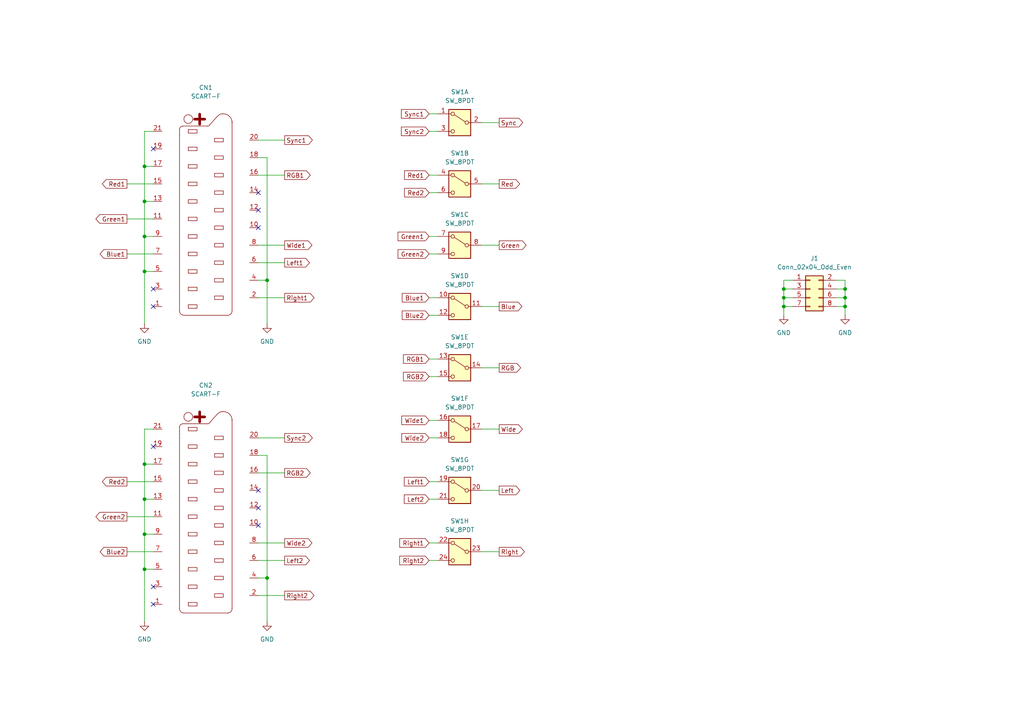
<source format=kicad_sch>
(kicad_sch
	(version 20231120)
	(generator "eeschema")
	(generator_version "8.0")
	(uuid "8b0182a6-2209-4860-9397-be1c7fa6e54c")
	(paper "A4")
	(title_block
		(title "Simple SCART Switch")
		(date "2025-02-01")
		(rev "1")
		(company "T.T")
	)
	(lib_symbols
		(symbol "Connector:SCART-F"
			(pin_names
				(offset 0.762) hide)
			(exclude_from_sim no)
			(in_bom yes)
			(on_board yes)
			(property "Reference" "J"
				(at 0 31.75 0)
				(effects
					(font
						(size 1.27 1.27)
					)
				)
			)
			(property "Value" "SCART-F"
				(at 1.016 -29.21 0)
				(effects
					(font
						(size 1.27 1.27)
					)
				)
			)
			(property "Footprint" ""
				(at 0 1.27 0)
				(effects
					(font
						(size 1.27 1.27)
					)
					(hide yes)
				)
			)
			(property "Datasheet" "~"
				(at 0 1.27 0)
				(effects
					(font
						(size 1.27 1.27)
					)
					(hide yes)
				)
			)
			(property "Description" "Prise Peritel"
				(at 0 0 0)
				(effects
					(font
						(size 1.27 1.27)
					)
					(hide yes)
				)
			)
			(property "ki_keywords" "connector"
				(at 0 0 0)
				(effects
					(font
						(size 1.27 1.27)
					)
					(hide yes)
				)
			)
			(symbol "SCART-F_0_1"
				(arc
					(start -7.62 -26.67)
					(mid -7.248 -27.568)
					(end -6.35 -27.94)
					(stroke
						(width 0)
						(type default)
					)
					(fill
						(type none)
					)
				)
				(arc
					(start -6.604 26.9494)
					(mid -7.3224 26.6518)
					(end -7.62 25.9334)
					(stroke
						(width 0)
						(type default)
					)
					(fill
						(type none)
					)
				)
				(rectangle
					(start -5.08 -24.892)
					(end -2.54 -25.908)
					(stroke
						(width 0)
						(type default)
					)
					(fill
						(type none)
					)
				)
				(rectangle
					(start -5.08 -19.812)
					(end -2.54 -20.828)
					(stroke
						(width 0)
						(type default)
					)
					(fill
						(type none)
					)
				)
				(rectangle
					(start -5.08 -14.732)
					(end -2.54 -15.748)
					(stroke
						(width 0)
						(type default)
					)
					(fill
						(type none)
					)
				)
				(rectangle
					(start -5.08 -9.652)
					(end -2.54 -10.668)
					(stroke
						(width 0)
						(type default)
					)
					(fill
						(type none)
					)
				)
				(rectangle
					(start -5.08 -4.572)
					(end -2.54 -5.588)
					(stroke
						(width 0)
						(type default)
					)
					(fill
						(type none)
					)
				)
				(rectangle
					(start -5.08 0.508)
					(end -2.54 -0.508)
					(stroke
						(width 0)
						(type default)
					)
					(fill
						(type none)
					)
				)
				(rectangle
					(start -5.08 5.588)
					(end -2.54 4.572)
					(stroke
						(width 0)
						(type default)
					)
					(fill
						(type none)
					)
				)
				(rectangle
					(start -5.08 10.668)
					(end -2.54 9.652)
					(stroke
						(width 0)
						(type default)
					)
					(fill
						(type none)
					)
				)
				(rectangle
					(start -5.08 15.748)
					(end -2.54 14.732)
					(stroke
						(width 0)
						(type default)
					)
					(fill
						(type none)
					)
				)
				(rectangle
					(start -5.08 20.828)
					(end -2.54 19.812)
					(stroke
						(width 0)
						(type default)
					)
					(fill
						(type none)
					)
				)
				(rectangle
					(start -5.08 25.908)
					(end -2.54 24.892)
					(stroke
						(width 0)
						(type default)
					)
					(fill
						(type none)
					)
				)
				(circle
					(center -5.08 28.956)
					(radius 1.27)
					(stroke
						(width 0)
						(type default)
					)
					(fill
						(type none)
					)
				)
				(polyline
					(pts
						(xy -7.62 22.86) (xy -7.62 -26.67)
					)
					(stroke
						(width 0)
						(type default)
					)
					(fill
						(type none)
					)
				)
				(polyline
					(pts
						(xy -7.62 22.86) (xy -7.62 24.13)
					)
					(stroke
						(width 0)
						(type default)
					)
					(fill
						(type none)
					)
				)
				(polyline
					(pts
						(xy -7.62 24.6634) (xy -7.62 24.13)
					)
					(stroke
						(width 0)
						(type default)
					)
					(fill
						(type none)
					)
				)
				(polyline
					(pts
						(xy -7.62 24.6634) (xy -7.62 25.9334)
					)
					(stroke
						(width 0)
						(type default)
					)
					(fill
						(type none)
					)
				)
				(polyline
					(pts
						(xy -6.604 26.9494) (xy 0.508 26.9494)
					)
					(stroke
						(width 0)
						(type default)
					)
					(fill
						(type none)
					)
				)
				(polyline
					(pts
						(xy -6.35 -27.94) (xy 6.35 -27.94)
					)
					(stroke
						(width 0)
						(type default)
					)
					(fill
						(type none)
					)
				)
				(polyline
					(pts
						(xy 3.302 29.718) (xy 1.27 27.432)
					)
					(stroke
						(width 0)
						(type default)
					)
					(fill
						(type none)
					)
				)
				(polyline
					(pts
						(xy 4.826 30.48) (xy 5.08 30.48)
					)
					(stroke
						(width 0)
						(type default)
					)
					(fill
						(type none)
					)
				)
				(polyline
					(pts
						(xy 7.62 -26.67) (xy 7.62 28.2194)
					)
					(stroke
						(width 0)
						(type default)
					)
					(fill
						(type none)
					)
				)
				(arc
					(start 0.508 26.924)
					(mid 0.9569 27.0702)
					(end 1.2192 27.4574)
					(stroke
						(width 0)
						(type default)
					)
					(fill
						(type none)
					)
				)
				(rectangle
					(start 2.54 -22.352)
					(end 5.08 -23.368)
					(stroke
						(width 0)
						(type default)
					)
					(fill
						(type none)
					)
				)
				(rectangle
					(start 2.54 -17.272)
					(end 5.08 -18.288)
					(stroke
						(width 0)
						(type default)
					)
					(fill
						(type none)
					)
				)
				(rectangle
					(start 2.54 -12.192)
					(end 5.08 -13.208)
					(stroke
						(width 0)
						(type default)
					)
					(fill
						(type none)
					)
				)
				(rectangle
					(start 2.54 -7.112)
					(end 5.08 -8.128)
					(stroke
						(width 0)
						(type default)
					)
					(fill
						(type none)
					)
				)
				(rectangle
					(start 2.54 -2.032)
					(end 5.08 -3.048)
					(stroke
						(width 0)
						(type default)
					)
					(fill
						(type none)
					)
				)
				(rectangle
					(start 2.54 3.048)
					(end 5.08 2.032)
					(stroke
						(width 0)
						(type default)
					)
					(fill
						(type none)
					)
				)
				(rectangle
					(start 2.54 8.128)
					(end 5.08 7.112)
					(stroke
						(width 0)
						(type default)
					)
					(fill
						(type none)
					)
				)
				(rectangle
					(start 2.54 13.208)
					(end 5.08 12.192)
					(stroke
						(width 0)
						(type default)
					)
					(fill
						(type none)
					)
				)
				(rectangle
					(start 2.54 18.288)
					(end 5.08 17.272)
					(stroke
						(width 0)
						(type default)
					)
					(fill
						(type none)
					)
				)
				(rectangle
					(start 2.54 23.368)
					(end 5.08 22.352)
					(stroke
						(width 0)
						(type default)
					)
					(fill
						(type none)
					)
				)
				(arc
					(start 4.826 30.48)
					(mid 3.999 30.2726)
					(end 3.3782 29.6926)
					(stroke
						(width 0)
						(type default)
					)
					(fill
						(type none)
					)
				)
				(arc
					(start 6.35 -27.94)
					(mid 7.248 -27.568)
					(end 7.62 -26.67)
					(stroke
						(width 0)
						(type default)
					)
					(fill
						(type none)
					)
				)
				(arc
					(start 7.62 27.94)
					(mid 6.8761 29.7361)
					(end 5.08 30.48)
					(stroke
						(width 0)
						(type default)
					)
					(fill
						(type none)
					)
				)
				(text "+"
					(at -1.778 29.21 0)
					(effects
						(font
							(size 3.81 3.81)
							(bold yes)
						)
					)
				)
			)
			(symbol "SCART-F_1_1"
				(pin passive line
					(at -15.24 -25.4 0)
					(length 2.54)
					(name "P1"
						(effects
							(font
								(size 1.27 1.27)
							)
						)
					)
					(number "1"
						(effects
							(font
								(size 1.27 1.27)
							)
						)
					)
				)
				(pin passive line
					(at 15.24 -2.54 180)
					(length 2.54)
					(name "P10"
						(effects
							(font
								(size 1.27 1.27)
							)
						)
					)
					(number "10"
						(effects
							(font
								(size 1.27 1.27)
							)
						)
					)
				)
				(pin passive line
					(at -15.24 0 0)
					(length 2.54)
					(name "P11"
						(effects
							(font
								(size 1.27 1.27)
							)
						)
					)
					(number "11"
						(effects
							(font
								(size 1.27 1.27)
							)
						)
					)
				)
				(pin passive line
					(at 15.24 2.54 180)
					(length 2.54)
					(name "P12"
						(effects
							(font
								(size 1.27 1.27)
							)
						)
					)
					(number "12"
						(effects
							(font
								(size 1.27 1.27)
							)
						)
					)
				)
				(pin passive line
					(at -15.24 5.08 0)
					(length 2.54)
					(name "P13"
						(effects
							(font
								(size 1.27 1.27)
							)
						)
					)
					(number "13"
						(effects
							(font
								(size 1.27 1.27)
							)
						)
					)
				)
				(pin passive line
					(at 15.24 7.62 180)
					(length 2.54)
					(name "P14"
						(effects
							(font
								(size 1.27 1.27)
							)
						)
					)
					(number "14"
						(effects
							(font
								(size 1.27 1.27)
							)
						)
					)
				)
				(pin passive line
					(at -15.24 10.16 0)
					(length 2.54)
					(name "P15"
						(effects
							(font
								(size 1.27 1.27)
							)
						)
					)
					(number "15"
						(effects
							(font
								(size 1.27 1.27)
							)
						)
					)
				)
				(pin passive line
					(at 15.24 12.7 180)
					(length 2.54)
					(name "P16"
						(effects
							(font
								(size 1.27 1.27)
							)
						)
					)
					(number "16"
						(effects
							(font
								(size 1.27 1.27)
							)
						)
					)
				)
				(pin passive line
					(at -15.24 15.24 0)
					(length 2.54)
					(name "P17"
						(effects
							(font
								(size 1.27 1.27)
							)
						)
					)
					(number "17"
						(effects
							(font
								(size 1.27 1.27)
							)
						)
					)
				)
				(pin passive line
					(at 15.24 17.78 180)
					(length 2.54)
					(name "P18"
						(effects
							(font
								(size 1.27 1.27)
							)
						)
					)
					(number "18"
						(effects
							(font
								(size 1.27 1.27)
							)
						)
					)
				)
				(pin passive line
					(at -15.24 20.32 0)
					(length 2.54)
					(name "P19"
						(effects
							(font
								(size 1.27 1.27)
							)
						)
					)
					(number "19"
						(effects
							(font
								(size 1.27 1.27)
							)
						)
					)
				)
				(pin passive line
					(at 15.24 -22.86 180)
					(length 2.54)
					(name "P2"
						(effects
							(font
								(size 1.27 1.27)
							)
						)
					)
					(number "2"
						(effects
							(font
								(size 1.27 1.27)
							)
						)
					)
				)
				(pin passive line
					(at 15.24 22.86 180)
					(length 2.54)
					(name "P20"
						(effects
							(font
								(size 1.27 1.27)
							)
						)
					)
					(number "20"
						(effects
							(font
								(size 1.27 1.27)
							)
						)
					)
				)
				(pin passive line
					(at -15.24 25.4 0)
					(length 2.54)
					(name "P21"
						(effects
							(font
								(size 1.27 1.27)
							)
						)
					)
					(number "21"
						(effects
							(font
								(size 1.27 1.27)
							)
						)
					)
				)
				(pin passive line
					(at -15.24 -20.32 0)
					(length 2.54)
					(name "P3"
						(effects
							(font
								(size 1.27 1.27)
							)
						)
					)
					(number "3"
						(effects
							(font
								(size 1.27 1.27)
							)
						)
					)
				)
				(pin passive line
					(at 15.24 -17.78 180)
					(length 2.54)
					(name "P4"
						(effects
							(font
								(size 1.27 1.27)
							)
						)
					)
					(number "4"
						(effects
							(font
								(size 1.27 1.27)
							)
						)
					)
				)
				(pin passive line
					(at -15.24 -15.24 0)
					(length 2.54)
					(name "P5"
						(effects
							(font
								(size 1.27 1.27)
							)
						)
					)
					(number "5"
						(effects
							(font
								(size 1.27 1.27)
							)
						)
					)
				)
				(pin passive line
					(at 15.24 -12.7 180)
					(length 2.54)
					(name "P6"
						(effects
							(font
								(size 1.27 1.27)
							)
						)
					)
					(number "6"
						(effects
							(font
								(size 1.27 1.27)
							)
						)
					)
				)
				(pin passive line
					(at -15.24 -10.16 0)
					(length 2.54)
					(name "P7"
						(effects
							(font
								(size 1.27 1.27)
							)
						)
					)
					(number "7"
						(effects
							(font
								(size 1.27 1.27)
							)
						)
					)
				)
				(pin passive line
					(at 15.24 -7.62 180)
					(length 2.54)
					(name "P8"
						(effects
							(font
								(size 1.27 1.27)
							)
						)
					)
					(number "8"
						(effects
							(font
								(size 1.27 1.27)
							)
						)
					)
				)
				(pin passive line
					(at -15.24 -5.08 0)
					(length 2.54)
					(name "P9"
						(effects
							(font
								(size 1.27 1.27)
							)
						)
					)
					(number "9"
						(effects
							(font
								(size 1.27 1.27)
							)
						)
					)
				)
			)
		)
		(symbol "Connector_Generic:Conn_02x04_Odd_Even"
			(pin_names
				(offset 1.016) hide)
			(exclude_from_sim no)
			(in_bom yes)
			(on_board yes)
			(property "Reference" "J"
				(at 1.27 5.08 0)
				(effects
					(font
						(size 1.27 1.27)
					)
				)
			)
			(property "Value" "Conn_02x04_Odd_Even"
				(at 1.27 -7.62 0)
				(effects
					(font
						(size 1.27 1.27)
					)
				)
			)
			(property "Footprint" ""
				(at 0 0 0)
				(effects
					(font
						(size 1.27 1.27)
					)
					(hide yes)
				)
			)
			(property "Datasheet" "~"
				(at 0 0 0)
				(effects
					(font
						(size 1.27 1.27)
					)
					(hide yes)
				)
			)
			(property "Description" "Generic connector, double row, 02x04, odd/even pin numbering scheme (row 1 odd numbers, row 2 even numbers), script generated (kicad-library-utils/schlib/autogen/connector/)"
				(at 0 0 0)
				(effects
					(font
						(size 1.27 1.27)
					)
					(hide yes)
				)
			)
			(property "ki_keywords" "connector"
				(at 0 0 0)
				(effects
					(font
						(size 1.27 1.27)
					)
					(hide yes)
				)
			)
			(property "ki_fp_filters" "Connector*:*_2x??_*"
				(at 0 0 0)
				(effects
					(font
						(size 1.27 1.27)
					)
					(hide yes)
				)
			)
			(symbol "Conn_02x04_Odd_Even_1_1"
				(rectangle
					(start -1.27 -4.953)
					(end 0 -5.207)
					(stroke
						(width 0.1524)
						(type default)
					)
					(fill
						(type none)
					)
				)
				(rectangle
					(start -1.27 -2.413)
					(end 0 -2.667)
					(stroke
						(width 0.1524)
						(type default)
					)
					(fill
						(type none)
					)
				)
				(rectangle
					(start -1.27 0.127)
					(end 0 -0.127)
					(stroke
						(width 0.1524)
						(type default)
					)
					(fill
						(type none)
					)
				)
				(rectangle
					(start -1.27 2.667)
					(end 0 2.413)
					(stroke
						(width 0.1524)
						(type default)
					)
					(fill
						(type none)
					)
				)
				(rectangle
					(start -1.27 3.81)
					(end 3.81 -6.35)
					(stroke
						(width 0.254)
						(type default)
					)
					(fill
						(type background)
					)
				)
				(rectangle
					(start 3.81 -4.953)
					(end 2.54 -5.207)
					(stroke
						(width 0.1524)
						(type default)
					)
					(fill
						(type none)
					)
				)
				(rectangle
					(start 3.81 -2.413)
					(end 2.54 -2.667)
					(stroke
						(width 0.1524)
						(type default)
					)
					(fill
						(type none)
					)
				)
				(rectangle
					(start 3.81 0.127)
					(end 2.54 -0.127)
					(stroke
						(width 0.1524)
						(type default)
					)
					(fill
						(type none)
					)
				)
				(rectangle
					(start 3.81 2.667)
					(end 2.54 2.413)
					(stroke
						(width 0.1524)
						(type default)
					)
					(fill
						(type none)
					)
				)
				(pin passive line
					(at -5.08 2.54 0)
					(length 3.81)
					(name "Pin_1"
						(effects
							(font
								(size 1.27 1.27)
							)
						)
					)
					(number "1"
						(effects
							(font
								(size 1.27 1.27)
							)
						)
					)
				)
				(pin passive line
					(at 7.62 2.54 180)
					(length 3.81)
					(name "Pin_2"
						(effects
							(font
								(size 1.27 1.27)
							)
						)
					)
					(number "2"
						(effects
							(font
								(size 1.27 1.27)
							)
						)
					)
				)
				(pin passive line
					(at -5.08 0 0)
					(length 3.81)
					(name "Pin_3"
						(effects
							(font
								(size 1.27 1.27)
							)
						)
					)
					(number "3"
						(effects
							(font
								(size 1.27 1.27)
							)
						)
					)
				)
				(pin passive line
					(at 7.62 0 180)
					(length 3.81)
					(name "Pin_4"
						(effects
							(font
								(size 1.27 1.27)
							)
						)
					)
					(number "4"
						(effects
							(font
								(size 1.27 1.27)
							)
						)
					)
				)
				(pin passive line
					(at -5.08 -2.54 0)
					(length 3.81)
					(name "Pin_5"
						(effects
							(font
								(size 1.27 1.27)
							)
						)
					)
					(number "5"
						(effects
							(font
								(size 1.27 1.27)
							)
						)
					)
				)
				(pin passive line
					(at 7.62 -2.54 180)
					(length 3.81)
					(name "Pin_6"
						(effects
							(font
								(size 1.27 1.27)
							)
						)
					)
					(number "6"
						(effects
							(font
								(size 1.27 1.27)
							)
						)
					)
				)
				(pin passive line
					(at -5.08 -5.08 0)
					(length 3.81)
					(name "Pin_7"
						(effects
							(font
								(size 1.27 1.27)
							)
						)
					)
					(number "7"
						(effects
							(font
								(size 1.27 1.27)
							)
						)
					)
				)
				(pin passive line
					(at 7.62 -5.08 180)
					(length 3.81)
					(name "Pin_8"
						(effects
							(font
								(size 1.27 1.27)
							)
						)
					)
					(number "8"
						(effects
							(font
								(size 1.27 1.27)
							)
						)
					)
				)
			)
		)
		(symbol "Library:SW_8PDT"
			(pin_names
				(offset 0) hide)
			(exclude_from_sim no)
			(in_bom yes)
			(on_board yes)
			(property "Reference" "SW"
				(at 0 5.08 0)
				(effects
					(font
						(size 1.27 1.27)
					)
				)
			)
			(property "Value" "SW_8PDT"
				(at 0 -5.08 0)
				(effects
					(font
						(size 1.27 1.27)
					)
				)
			)
			(property "Footprint" ""
				(at 0 0 0)
				(effects
					(font
						(size 1.27 1.27)
					)
					(hide yes)
				)
			)
			(property "Datasheet" "~"
				(at 0 0 0)
				(effects
					(font
						(size 1.27 1.27)
					)
					(hide yes)
				)
			)
			(property "Description" "Switch, 8 pole double throw, separate symbols"
				(at 0 0 0)
				(effects
					(font
						(size 1.27 1.27)
					)
					(hide yes)
				)
			)
			(property "ki_keywords" "switch 8-pole double-throw 8PDT spdt ON-ON"
				(at 0 0 0)
				(effects
					(font
						(size 1.27 1.27)
					)
					(hide yes)
				)
			)
			(property "ki_fp_filters" "SW*DPDT*"
				(at 0 0 0)
				(effects
					(font
						(size 1.27 1.27)
					)
					(hide yes)
				)
			)
			(symbol "SW_8PDT_0_0"
				(circle
					(center -2.032 0)
					(radius 0.508)
					(stroke
						(width 0)
						(type default)
					)
					(fill
						(type none)
					)
				)
				(circle
					(center 2.032 -2.54)
					(radius 0.508)
					(stroke
						(width 0)
						(type default)
					)
					(fill
						(type none)
					)
				)
			)
			(symbol "SW_8PDT_0_1"
				(rectangle
					(start -3.175 3.81)
					(end 3.175 -3.81)
					(stroke
						(width 0.254)
						(type default)
					)
					(fill
						(type background)
					)
				)
				(polyline
					(pts
						(xy -3.175 0) (xy -2.54 0)
					)
					(stroke
						(width 0)
						(type default)
					)
					(fill
						(type none)
					)
				)
				(polyline
					(pts
						(xy -1.524 0.254) (xy 1.5748 2.286)
					)
					(stroke
						(width 0)
						(type default)
					)
					(fill
						(type none)
					)
				)
				(polyline
					(pts
						(xy 2.54 -2.54) (xy 3.175 -2.54)
					)
					(stroke
						(width 0)
						(type default)
					)
					(fill
						(type none)
					)
				)
				(polyline
					(pts
						(xy 2.54 2.54) (xy 3.175 2.54)
					)
					(stroke
						(width 0)
						(type default)
					)
					(fill
						(type none)
					)
				)
				(circle
					(center 2.032 2.54)
					(radius 0.508)
					(stroke
						(width 0)
						(type default)
					)
					(fill
						(type none)
					)
				)
			)
			(symbol "SW_8PDT_1_1"
				(pin passive line
					(at 6.35 2.54 180)
					(length 3.175)
					(name "A"
						(effects
							(font
								(size 1.27 1.27)
							)
						)
					)
					(number "1"
						(effects
							(font
								(size 1.27 1.27)
							)
						)
					)
				)
				(pin passive line
					(at -6.35 0 0)
					(length 3.175)
					(name "B"
						(effects
							(font
								(size 1.27 1.27)
							)
						)
					)
					(number "2"
						(effects
							(font
								(size 1.27 1.27)
							)
						)
					)
				)
				(pin passive line
					(at 6.35 -2.54 180)
					(length 3.175)
					(name "C"
						(effects
							(font
								(size 1.27 1.27)
							)
						)
					)
					(number "3"
						(effects
							(font
								(size 1.27 1.27)
							)
						)
					)
				)
			)
			(symbol "SW_8PDT_2_1"
				(pin passive line
					(at 6.35 2.54 180)
					(length 3.175)
					(name "A"
						(effects
							(font
								(size 1.27 1.27)
							)
						)
					)
					(number "4"
						(effects
							(font
								(size 1.27 1.27)
							)
						)
					)
				)
				(pin passive line
					(at -6.35 0 0)
					(length 3.175)
					(name "B"
						(effects
							(font
								(size 1.27 1.27)
							)
						)
					)
					(number "5"
						(effects
							(font
								(size 1.27 1.27)
							)
						)
					)
				)
				(pin passive line
					(at 6.35 -2.54 180)
					(length 3.175)
					(name "C"
						(effects
							(font
								(size 1.27 1.27)
							)
						)
					)
					(number "6"
						(effects
							(font
								(size 1.27 1.27)
							)
						)
					)
				)
			)
			(symbol "SW_8PDT_3_1"
				(pin passive line
					(at 6.35 2.54 180)
					(length 3.175)
					(name "A"
						(effects
							(font
								(size 1.27 1.27)
							)
						)
					)
					(number "7"
						(effects
							(font
								(size 1.27 1.27)
							)
						)
					)
				)
				(pin passive line
					(at -6.35 0 0)
					(length 3.175)
					(name "B"
						(effects
							(font
								(size 1.27 1.27)
							)
						)
					)
					(number "8"
						(effects
							(font
								(size 1.27 1.27)
							)
						)
					)
				)
				(pin passive line
					(at 6.35 -2.54 180)
					(length 3.175)
					(name "C"
						(effects
							(font
								(size 1.27 1.27)
							)
						)
					)
					(number "9"
						(effects
							(font
								(size 1.27 1.27)
							)
						)
					)
				)
			)
			(symbol "SW_8PDT_4_1"
				(pin passive line
					(at 6.35 2.54 180)
					(length 3.175)
					(name "A"
						(effects
							(font
								(size 1.27 1.27)
							)
						)
					)
					(number "10"
						(effects
							(font
								(size 1.27 1.27)
							)
						)
					)
				)
				(pin passive line
					(at -6.35 0 0)
					(length 3.175)
					(name "B"
						(effects
							(font
								(size 1.27 1.27)
							)
						)
					)
					(number "11"
						(effects
							(font
								(size 1.27 1.27)
							)
						)
					)
				)
				(pin passive line
					(at 6.35 -2.54 180)
					(length 3.175)
					(name "C"
						(effects
							(font
								(size 1.27 1.27)
							)
						)
					)
					(number "12"
						(effects
							(font
								(size 1.27 1.27)
							)
						)
					)
				)
			)
			(symbol "SW_8PDT_5_1"
				(pin passive line
					(at 6.35 2.54 180)
					(length 3.175)
					(name "A"
						(effects
							(font
								(size 1.27 1.27)
							)
						)
					)
					(number "13"
						(effects
							(font
								(size 1.27 1.27)
							)
						)
					)
				)
				(pin passive line
					(at -6.35 0 0)
					(length 3.175)
					(name "B"
						(effects
							(font
								(size 1.27 1.27)
							)
						)
					)
					(number "14"
						(effects
							(font
								(size 1.27 1.27)
							)
						)
					)
				)
				(pin passive line
					(at 6.35 -2.54 180)
					(length 3.175)
					(name "C"
						(effects
							(font
								(size 1.27 1.27)
							)
						)
					)
					(number "15"
						(effects
							(font
								(size 1.27 1.27)
							)
						)
					)
				)
			)
			(symbol "SW_8PDT_6_1"
				(pin passive line
					(at 6.35 2.54 180)
					(length 3.175)
					(name "A"
						(effects
							(font
								(size 1.27 1.27)
							)
						)
					)
					(number "16"
						(effects
							(font
								(size 1.27 1.27)
							)
						)
					)
				)
				(pin passive line
					(at -6.35 0 0)
					(length 3.175)
					(name "B"
						(effects
							(font
								(size 1.27 1.27)
							)
						)
					)
					(number "17"
						(effects
							(font
								(size 1.27 1.27)
							)
						)
					)
				)
				(pin passive line
					(at 6.35 -2.54 180)
					(length 3.175)
					(name "C"
						(effects
							(font
								(size 1.27 1.27)
							)
						)
					)
					(number "18"
						(effects
							(font
								(size 1.27 1.27)
							)
						)
					)
				)
			)
			(symbol "SW_8PDT_7_1"
				(pin passive line
					(at 6.35 2.54 180)
					(length 3.175)
					(name "A"
						(effects
							(font
								(size 1.27 1.27)
							)
						)
					)
					(number "19"
						(effects
							(font
								(size 1.27 1.27)
							)
						)
					)
				)
				(pin passive line
					(at -6.35 0 0)
					(length 3.175)
					(name "B"
						(effects
							(font
								(size 1.27 1.27)
							)
						)
					)
					(number "20"
						(effects
							(font
								(size 1.27 1.27)
							)
						)
					)
				)
				(pin passive line
					(at 6.35 -2.54 180)
					(length 3.175)
					(name "C"
						(effects
							(font
								(size 1.27 1.27)
							)
						)
					)
					(number "21"
						(effects
							(font
								(size 1.27 1.27)
							)
						)
					)
				)
			)
			(symbol "SW_8PDT_8_1"
				(pin passive line
					(at 6.35 2.54 180)
					(length 3.175)
					(name "A"
						(effects
							(font
								(size 1.27 1.27)
							)
						)
					)
					(number "22"
						(effects
							(font
								(size 1.27 1.27)
							)
						)
					)
				)
				(pin passive line
					(at -6.35 0 0)
					(length 3.175)
					(name "B"
						(effects
							(font
								(size 1.27 1.27)
							)
						)
					)
					(number "23"
						(effects
							(font
								(size 1.27 1.27)
							)
						)
					)
				)
				(pin passive line
					(at 6.35 -2.54 180)
					(length 3.175)
					(name "C"
						(effects
							(font
								(size 1.27 1.27)
							)
						)
					)
					(number "24"
						(effects
							(font
								(size 1.27 1.27)
							)
						)
					)
				)
			)
		)
		(symbol "power:GND"
			(power)
			(pin_numbers hide)
			(pin_names
				(offset 0) hide)
			(exclude_from_sim no)
			(in_bom yes)
			(on_board yes)
			(property "Reference" "#PWR"
				(at 0 -6.35 0)
				(effects
					(font
						(size 1.27 1.27)
					)
					(hide yes)
				)
			)
			(property "Value" "GND"
				(at 0 -3.81 0)
				(effects
					(font
						(size 1.27 1.27)
					)
				)
			)
			(property "Footprint" ""
				(at 0 0 0)
				(effects
					(font
						(size 1.27 1.27)
					)
					(hide yes)
				)
			)
			(property "Datasheet" ""
				(at 0 0 0)
				(effects
					(font
						(size 1.27 1.27)
					)
					(hide yes)
				)
			)
			(property "Description" "Power symbol creates a global label with name \"GND\" , ground"
				(at 0 0 0)
				(effects
					(font
						(size 1.27 1.27)
					)
					(hide yes)
				)
			)
			(property "ki_keywords" "global power"
				(at 0 0 0)
				(effects
					(font
						(size 1.27 1.27)
					)
					(hide yes)
				)
			)
			(symbol "GND_0_1"
				(polyline
					(pts
						(xy 0 0) (xy 0 -1.27) (xy 1.27 -1.27) (xy 0 -2.54) (xy -1.27 -1.27) (xy 0 -1.27)
					)
					(stroke
						(width 0)
						(type default)
					)
					(fill
						(type none)
					)
				)
			)
			(symbol "GND_1_1"
				(pin power_in line
					(at 0 0 270)
					(length 0)
					(name "~"
						(effects
							(font
								(size 1.27 1.27)
							)
						)
					)
					(number "1"
						(effects
							(font
								(size 1.27 1.27)
							)
						)
					)
				)
			)
		)
	)
	(junction
		(at 227.33 83.82)
		(diameter 0)
		(color 0 0 0 0)
		(uuid "010ae2a9-5b43-4cd5-8d1a-2a0ff444a1c1")
	)
	(junction
		(at 41.91 154.94)
		(diameter 0)
		(color 0 0 0 0)
		(uuid "05482910-f687-4a1c-a98a-4f501a8592d9")
	)
	(junction
		(at 245.11 83.82)
		(diameter 0)
		(color 0 0 0 0)
		(uuid "328485c5-5c7d-4bac-8b3b-d557bf066907")
	)
	(junction
		(at 41.91 144.78)
		(diameter 0)
		(color 0 0 0 0)
		(uuid "33238085-edc9-43fc-b426-131227c2e003")
	)
	(junction
		(at 41.91 78.74)
		(diameter 0)
		(color 0 0 0 0)
		(uuid "37225430-ef48-45fa-84b2-0213138dfa93")
	)
	(junction
		(at 227.33 88.9)
		(diameter 0)
		(color 0 0 0 0)
		(uuid "469f75ce-1d72-4f37-9788-1c12a254d095")
	)
	(junction
		(at 245.11 88.9)
		(diameter 0)
		(color 0 0 0 0)
		(uuid "48d8a688-40dc-49d9-a569-93065719df9d")
	)
	(junction
		(at 41.91 48.26)
		(diameter 0)
		(color 0 0 0 0)
		(uuid "4bf6fac3-6e42-4c39-9939-7c4fd09de1dc")
	)
	(junction
		(at 77.47 167.64)
		(diameter 0)
		(color 0 0 0 0)
		(uuid "674d25fd-8f8e-454b-88df-9df8c0c7efe0")
	)
	(junction
		(at 41.91 68.58)
		(diameter 0)
		(color 0 0 0 0)
		(uuid "73a2bcd0-c161-44f0-88cd-c8a664d0e327")
	)
	(junction
		(at 227.33 86.36)
		(diameter 0)
		(color 0 0 0 0)
		(uuid "9912f57f-aaac-49bd-b59e-ba4a13150b5b")
	)
	(junction
		(at 245.11 86.36)
		(diameter 0)
		(color 0 0 0 0)
		(uuid "ab914e1c-8ec6-4b37-b2b3-f7e86f0df7d9")
	)
	(junction
		(at 77.47 81.28)
		(diameter 0)
		(color 0 0 0 0)
		(uuid "b2faeaff-b1fc-482b-b501-d983482a9434")
	)
	(junction
		(at 41.91 134.62)
		(diameter 0)
		(color 0 0 0 0)
		(uuid "d7e5d2c1-cd35-4c1e-b65f-b1c11dd9f9d8")
	)
	(junction
		(at 41.91 165.1)
		(diameter 0)
		(color 0 0 0 0)
		(uuid "de41222e-1691-446c-b297-8890eb0e7306")
	)
	(junction
		(at 41.91 58.42)
		(diameter 0)
		(color 0 0 0 0)
		(uuid "f5ea3706-9d90-4bd7-862b-3a3816d15811")
	)
	(no_connect
		(at 74.93 147.32)
		(uuid "0894cb2e-722c-4adf-b92a-bd535976a061")
	)
	(no_connect
		(at 74.93 152.4)
		(uuid "0bc0d6a9-3835-4cd8-acbf-d5d9d5594d16")
	)
	(no_connect
		(at 44.45 129.54)
		(uuid "441db5a6-a463-4440-a10b-365f650696b4")
	)
	(no_connect
		(at 44.45 175.26)
		(uuid "60748be9-e14c-46ce-92df-eff0f800ab4b")
	)
	(no_connect
		(at 44.45 88.9)
		(uuid "79873c34-ca4c-4d56-84ee-5ca5c1fb69ab")
	)
	(no_connect
		(at 44.45 170.18)
		(uuid "9359e813-7328-44db-bdbf-ad3c41e5611b")
	)
	(no_connect
		(at 44.45 83.82)
		(uuid "96c56cce-2300-4172-93e3-b9743396ee0b")
	)
	(no_connect
		(at 74.93 55.88)
		(uuid "96cb0c60-7aa5-4e68-bc70-d31f02cebbee")
	)
	(no_connect
		(at 74.93 66.04)
		(uuid "df53496a-0fee-4e77-8400-c8f20794adfb")
	)
	(no_connect
		(at 74.93 142.24)
		(uuid "ee624304-9e2b-4fd4-9782-0ca4db3ac90b")
	)
	(no_connect
		(at 44.45 43.18)
		(uuid "f11cbfb9-9980-4bae-8e2e-0953e3ad9b36")
	)
	(no_connect
		(at 74.93 60.96)
		(uuid "fc742b4c-1f91-4bb7-a4b8-4b78c5ee263d")
	)
	(wire
		(pts
			(xy 74.93 167.64) (xy 77.47 167.64)
		)
		(stroke
			(width 0)
			(type default)
		)
		(uuid "02bb3948-57e8-4245-9e9f-0902199e8b44")
	)
	(wire
		(pts
			(xy 44.45 144.78) (xy 41.91 144.78)
		)
		(stroke
			(width 0)
			(type default)
		)
		(uuid "0548f334-90d9-44ed-8747-5d8ae70a050c")
	)
	(wire
		(pts
			(xy 139.7 142.24) (xy 144.78 142.24)
		)
		(stroke
			(width 0)
			(type default)
		)
		(uuid "06440889-3988-45b2-96ec-7fee99823560")
	)
	(wire
		(pts
			(xy 36.83 63.5) (xy 44.45 63.5)
		)
		(stroke
			(width 0)
			(type default)
		)
		(uuid "0726c0b3-8c7a-4dae-9d1a-6dec4ff53b92")
	)
	(wire
		(pts
			(xy 124.46 73.66) (xy 127 73.66)
		)
		(stroke
			(width 0)
			(type default)
		)
		(uuid "12d04842-00ba-4880-9707-226bb9e7e670")
	)
	(wire
		(pts
			(xy 82.55 162.56) (xy 74.93 162.56)
		)
		(stroke
			(width 0)
			(type default)
		)
		(uuid "131cd8e7-f082-49f9-81be-77a2a18845d0")
	)
	(wire
		(pts
			(xy 139.7 35.56) (xy 144.78 35.56)
		)
		(stroke
			(width 0)
			(type default)
		)
		(uuid "19e850ad-d0e8-4f0a-907e-6f0fc15bdf52")
	)
	(wire
		(pts
			(xy 242.57 83.82) (xy 245.11 83.82)
		)
		(stroke
			(width 0)
			(type default)
		)
		(uuid "1f1bdf86-22cb-4396-9701-31137ac3e1fa")
	)
	(wire
		(pts
			(xy 229.87 83.82) (xy 227.33 83.82)
		)
		(stroke
			(width 0)
			(type default)
		)
		(uuid "2251a230-7367-4229-95df-c4aab351e847")
	)
	(wire
		(pts
			(xy 139.7 106.68) (xy 144.78 106.68)
		)
		(stroke
			(width 0)
			(type default)
		)
		(uuid "233c9aa8-0ae9-4217-a029-cca44cff9989")
	)
	(wire
		(pts
			(xy 242.57 86.36) (xy 245.11 86.36)
		)
		(stroke
			(width 0)
			(type default)
		)
		(uuid "24f0eb84-08da-4462-8bda-50194d528e4f")
	)
	(wire
		(pts
			(xy 36.83 160.02) (xy 44.45 160.02)
		)
		(stroke
			(width 0)
			(type default)
		)
		(uuid "26a6afcf-233e-424e-9414-cb74d7c0a069")
	)
	(wire
		(pts
			(xy 36.83 73.66) (xy 44.45 73.66)
		)
		(stroke
			(width 0)
			(type default)
		)
		(uuid "299f9b27-8d50-49ce-90cf-5aa45c21ffb1")
	)
	(wire
		(pts
			(xy 36.83 149.86) (xy 44.45 149.86)
		)
		(stroke
			(width 0)
			(type default)
		)
		(uuid "2c9db6f5-705d-401d-a41a-2d3e698cef06")
	)
	(wire
		(pts
			(xy 74.93 81.28) (xy 77.47 81.28)
		)
		(stroke
			(width 0)
			(type default)
		)
		(uuid "30ad9ccd-1baf-4ccb-a9dc-6e7743505929")
	)
	(wire
		(pts
			(xy 124.46 104.14) (xy 127 104.14)
		)
		(stroke
			(width 0)
			(type default)
		)
		(uuid "3195c070-3ae1-43cc-a667-edc4df0d604a")
	)
	(wire
		(pts
			(xy 74.93 86.36) (xy 82.55 86.36)
		)
		(stroke
			(width 0)
			(type default)
		)
		(uuid "325ce799-7ce6-445f-9c46-43b5df03dc25")
	)
	(wire
		(pts
			(xy 44.45 134.62) (xy 41.91 134.62)
		)
		(stroke
			(width 0)
			(type default)
		)
		(uuid "3656b8f5-eb66-4ba6-9bcd-dab6cb81656d")
	)
	(wire
		(pts
			(xy 41.91 134.62) (xy 41.91 144.78)
		)
		(stroke
			(width 0)
			(type default)
		)
		(uuid "3cdb02e8-ece6-419e-b49d-6541522d0d2a")
	)
	(wire
		(pts
			(xy 139.7 71.12) (xy 144.78 71.12)
		)
		(stroke
			(width 0)
			(type default)
		)
		(uuid "4016e611-6ba2-4d41-9bab-3bc590b78f55")
	)
	(wire
		(pts
			(xy 74.93 71.12) (xy 82.55 71.12)
		)
		(stroke
			(width 0)
			(type default)
		)
		(uuid "40df4068-c522-4b45-8716-3ae3eea3a3e7")
	)
	(wire
		(pts
			(xy 124.46 139.7) (xy 127 139.7)
		)
		(stroke
			(width 0)
			(type default)
		)
		(uuid "4321a824-afa2-49c3-8759-1c1609c1c9a9")
	)
	(wire
		(pts
			(xy 124.46 157.48) (xy 127 157.48)
		)
		(stroke
			(width 0)
			(type default)
		)
		(uuid "44ee9560-73b9-4e0b-8f8f-0170b5fd604f")
	)
	(wire
		(pts
			(xy 139.7 88.9) (xy 144.78 88.9)
		)
		(stroke
			(width 0)
			(type default)
		)
		(uuid "4611c9fd-b9c6-4e67-a58b-f71066ff6a84")
	)
	(wire
		(pts
			(xy 229.87 81.28) (xy 227.33 81.28)
		)
		(stroke
			(width 0)
			(type default)
		)
		(uuid "4626ef04-ce1f-47b4-949d-ad157acc1c7b")
	)
	(wire
		(pts
			(xy 124.46 68.58) (xy 127 68.58)
		)
		(stroke
			(width 0)
			(type default)
		)
		(uuid "48c46bde-2367-4a49-a529-363061a4e7b9")
	)
	(wire
		(pts
			(xy 245.11 88.9) (xy 245.11 91.44)
		)
		(stroke
			(width 0)
			(type default)
		)
		(uuid "51835abe-c4e8-4630-a00f-99209df1671c")
	)
	(wire
		(pts
			(xy 124.46 86.36) (xy 127 86.36)
		)
		(stroke
			(width 0)
			(type default)
		)
		(uuid "5c7f4b6a-36ed-4a31-aa1b-c8c74293bf13")
	)
	(wire
		(pts
			(xy 74.93 40.64) (xy 82.55 40.64)
		)
		(stroke
			(width 0)
			(type default)
		)
		(uuid "5ecbbb66-fd3c-4a2d-876e-c804dd2d3c70")
	)
	(wire
		(pts
			(xy 41.91 48.26) (xy 41.91 58.42)
		)
		(stroke
			(width 0)
			(type default)
		)
		(uuid "670a5301-3741-4b57-97ad-c43e322929ea")
	)
	(wire
		(pts
			(xy 41.91 78.74) (xy 41.91 93.98)
		)
		(stroke
			(width 0)
			(type default)
		)
		(uuid "6739256f-a309-4d60-b868-1de6531fb6f3")
	)
	(wire
		(pts
			(xy 227.33 81.28) (xy 227.33 83.82)
		)
		(stroke
			(width 0)
			(type default)
		)
		(uuid "68b463a8-c02b-4ba9-9344-40f2c3fc59ac")
	)
	(wire
		(pts
			(xy 245.11 81.28) (xy 245.11 83.82)
		)
		(stroke
			(width 0)
			(type default)
		)
		(uuid "6bbcaeb4-f953-443c-b221-77bcc49b5606")
	)
	(wire
		(pts
			(xy 74.93 157.48) (xy 82.55 157.48)
		)
		(stroke
			(width 0)
			(type default)
		)
		(uuid "6c428b12-5682-4b09-a431-ed5277e959bc")
	)
	(wire
		(pts
			(xy 245.11 83.82) (xy 245.11 86.36)
		)
		(stroke
			(width 0)
			(type default)
		)
		(uuid "6cbf4632-b801-4557-896c-c5d3796a5c58")
	)
	(wire
		(pts
			(xy 124.46 121.92) (xy 127 121.92)
		)
		(stroke
			(width 0)
			(type default)
		)
		(uuid "7822e374-74f3-40e7-9a1d-242c11529f78")
	)
	(wire
		(pts
			(xy 41.91 144.78) (xy 41.91 154.94)
		)
		(stroke
			(width 0)
			(type default)
		)
		(uuid "7af60dc1-1cd2-4cb1-acf0-da6028de7d9e")
	)
	(wire
		(pts
			(xy 139.7 124.46) (xy 144.78 124.46)
		)
		(stroke
			(width 0)
			(type default)
		)
		(uuid "7dab2bb8-212e-4e13-afa4-749cd3838f44")
	)
	(wire
		(pts
			(xy 41.91 154.94) (xy 41.91 165.1)
		)
		(stroke
			(width 0)
			(type default)
		)
		(uuid "7e11dd4b-203d-4508-950e-78289c1f8e25")
	)
	(wire
		(pts
			(xy 41.91 165.1) (xy 41.91 180.34)
		)
		(stroke
			(width 0)
			(type default)
		)
		(uuid "7ec096d5-cf9b-456d-b974-e58da0827c08")
	)
	(wire
		(pts
			(xy 41.91 48.26) (xy 44.45 48.26)
		)
		(stroke
			(width 0)
			(type default)
		)
		(uuid "7edcb827-48f9-4a81-9b92-b830f2d2f7b6")
	)
	(wire
		(pts
			(xy 124.46 144.78) (xy 127 144.78)
		)
		(stroke
			(width 0)
			(type default)
		)
		(uuid "82f2db00-a5fa-4b70-b9b1-563a0d0b2672")
	)
	(wire
		(pts
			(xy 44.45 38.1) (xy 41.91 38.1)
		)
		(stroke
			(width 0)
			(type default)
		)
		(uuid "83a9d4d3-8ca8-48d1-8e92-b9a17635e446")
	)
	(wire
		(pts
			(xy 82.55 172.72) (xy 74.93 172.72)
		)
		(stroke
			(width 0)
			(type default)
		)
		(uuid "84cfc496-1389-45f2-86d1-dc55c92163cb")
	)
	(wire
		(pts
			(xy 124.46 91.44) (xy 127 91.44)
		)
		(stroke
			(width 0)
			(type default)
		)
		(uuid "8720f1ae-96a6-47fd-80bc-930871e4d8c2")
	)
	(wire
		(pts
			(xy 77.47 132.08) (xy 77.47 167.64)
		)
		(stroke
			(width 0)
			(type default)
		)
		(uuid "896669ab-a628-46c3-b725-9092cd7207aa")
	)
	(wire
		(pts
			(xy 124.46 162.56) (xy 127 162.56)
		)
		(stroke
			(width 0)
			(type default)
		)
		(uuid "8c3f74c5-9e9d-43d0-8298-b32fb7d51f90")
	)
	(wire
		(pts
			(xy 41.91 124.46) (xy 41.91 134.62)
		)
		(stroke
			(width 0)
			(type default)
		)
		(uuid "8d9d2ef8-42ec-4663-a18c-adc197d663fd")
	)
	(wire
		(pts
			(xy 44.45 68.58) (xy 41.91 68.58)
		)
		(stroke
			(width 0)
			(type default)
		)
		(uuid "91fdeb4e-c28a-4d14-a7b6-d5bfe034e2ef")
	)
	(wire
		(pts
			(xy 74.93 132.08) (xy 77.47 132.08)
		)
		(stroke
			(width 0)
			(type default)
		)
		(uuid "95261918-40f9-4093-95f6-4ea10b63cc75")
	)
	(wire
		(pts
			(xy 74.93 127) (xy 82.55 127)
		)
		(stroke
			(width 0)
			(type default)
		)
		(uuid "956f5dbc-0793-4568-8b6f-0bc6f5e8f9b8")
	)
	(wire
		(pts
			(xy 44.45 78.74) (xy 41.91 78.74)
		)
		(stroke
			(width 0)
			(type default)
		)
		(uuid "970d6b64-e472-4ec0-94a5-6ad878d85e07")
	)
	(wire
		(pts
			(xy 227.33 83.82) (xy 227.33 86.36)
		)
		(stroke
			(width 0)
			(type default)
		)
		(uuid "98b28be3-4ea3-4614-b4c2-070f8da14fa4")
	)
	(wire
		(pts
			(xy 44.45 165.1) (xy 41.91 165.1)
		)
		(stroke
			(width 0)
			(type default)
		)
		(uuid "9ece886b-1b82-4acd-ac19-1aae06c68c21")
	)
	(wire
		(pts
			(xy 229.87 88.9) (xy 227.33 88.9)
		)
		(stroke
			(width 0)
			(type default)
		)
		(uuid "9ef2411a-439d-4433-9a3e-875012154498")
	)
	(wire
		(pts
			(xy 139.7 53.34) (xy 144.78 53.34)
		)
		(stroke
			(width 0)
			(type default)
		)
		(uuid "9f8467fd-e4bc-4d42-b5d0-d979aecf0e8f")
	)
	(wire
		(pts
			(xy 77.47 167.64) (xy 77.47 180.34)
		)
		(stroke
			(width 0)
			(type default)
		)
		(uuid "a216bfab-ba7b-44c9-96bd-45b40185ff35")
	)
	(wire
		(pts
			(xy 124.46 38.1) (xy 127 38.1)
		)
		(stroke
			(width 0)
			(type default)
		)
		(uuid "a54f18e4-8aa8-4dc7-8db8-905344656c90")
	)
	(wire
		(pts
			(xy 124.46 50.8) (xy 127 50.8)
		)
		(stroke
			(width 0)
			(type default)
		)
		(uuid "aa0b4ea2-1d5d-41b5-acf4-35bc9dd7099d")
	)
	(wire
		(pts
			(xy 36.83 139.7) (xy 44.45 139.7)
		)
		(stroke
			(width 0)
			(type default)
		)
		(uuid "b8d23052-fbdd-4e48-bfd2-254cb20e9f0b")
	)
	(wire
		(pts
			(xy 44.45 58.42) (xy 41.91 58.42)
		)
		(stroke
			(width 0)
			(type default)
		)
		(uuid "b98b5814-28f2-4dce-ac7f-330b294f799d")
	)
	(wire
		(pts
			(xy 41.91 38.1) (xy 41.91 48.26)
		)
		(stroke
			(width 0)
			(type default)
		)
		(uuid "c1b4e948-f20d-47af-8302-57e3be9b5342")
	)
	(wire
		(pts
			(xy 77.47 81.28) (xy 77.47 93.98)
		)
		(stroke
			(width 0)
			(type default)
		)
		(uuid "c220b618-725d-4647-a3be-6bfc1b294c77")
	)
	(wire
		(pts
			(xy 44.45 154.94) (xy 41.91 154.94)
		)
		(stroke
			(width 0)
			(type default)
		)
		(uuid "c9014d37-567c-48c8-ae02-f85cdfdd3c87")
	)
	(wire
		(pts
			(xy 245.11 86.36) (xy 245.11 88.9)
		)
		(stroke
			(width 0)
			(type default)
		)
		(uuid "c963ad16-ea75-4f1b-9340-6cb9da739d76")
	)
	(wire
		(pts
			(xy 139.7 160.02) (xy 144.78 160.02)
		)
		(stroke
			(width 0)
			(type default)
		)
		(uuid "cccaab7d-2b00-4614-9559-2a531ce80b3b")
	)
	(wire
		(pts
			(xy 74.93 45.72) (xy 77.47 45.72)
		)
		(stroke
			(width 0)
			(type default)
		)
		(uuid "cea24ef2-31a0-4791-b627-cbf5d9f3070a")
	)
	(wire
		(pts
			(xy 124.46 109.22) (xy 127 109.22)
		)
		(stroke
			(width 0)
			(type default)
		)
		(uuid "cfe5776f-5d26-45e8-80b8-bbbcb3807466")
	)
	(wire
		(pts
			(xy 36.83 53.34) (xy 44.45 53.34)
		)
		(stroke
			(width 0)
			(type default)
		)
		(uuid "d3c99765-a2e4-464b-9bac-6a49ed0f1ecf")
	)
	(wire
		(pts
			(xy 44.45 124.46) (xy 41.91 124.46)
		)
		(stroke
			(width 0)
			(type default)
		)
		(uuid "d407a2b4-3e67-4a83-be03-6f10ac5a9108")
	)
	(wire
		(pts
			(xy 242.57 81.28) (xy 245.11 81.28)
		)
		(stroke
			(width 0)
			(type default)
		)
		(uuid "d4294fcb-373d-4193-be09-c79a0f811e09")
	)
	(wire
		(pts
			(xy 41.91 68.58) (xy 41.91 78.74)
		)
		(stroke
			(width 0)
			(type default)
		)
		(uuid "d55f2873-7fa0-481a-bb2f-577d7d08c462")
	)
	(wire
		(pts
			(xy 41.91 58.42) (xy 41.91 68.58)
		)
		(stroke
			(width 0)
			(type default)
		)
		(uuid "d6b7dc3e-29aa-4d25-9081-3aa341d192f6")
	)
	(wire
		(pts
			(xy 229.87 86.36) (xy 227.33 86.36)
		)
		(stroke
			(width 0)
			(type default)
		)
		(uuid "d8142c09-425d-44c5-a068-8daf5aeef54b")
	)
	(wire
		(pts
			(xy 242.57 88.9) (xy 245.11 88.9)
		)
		(stroke
			(width 0)
			(type default)
		)
		(uuid "db1753af-eec2-4f14-963e-f6d0f2250d83")
	)
	(wire
		(pts
			(xy 227.33 86.36) (xy 227.33 88.9)
		)
		(stroke
			(width 0)
			(type default)
		)
		(uuid "e9a44201-5d19-4ba3-87f1-0cacb1d446c1")
	)
	(wire
		(pts
			(xy 124.46 33.02) (xy 127 33.02)
		)
		(stroke
			(width 0)
			(type default)
		)
		(uuid "eefe983a-f675-4dc1-b389-b0339d0d98b0")
	)
	(wire
		(pts
			(xy 74.93 50.8) (xy 82.55 50.8)
		)
		(stroke
			(width 0)
			(type default)
		)
		(uuid "f0870f34-8c73-4a62-8de0-7a081fc911c5")
	)
	(wire
		(pts
			(xy 74.93 137.16) (xy 82.55 137.16)
		)
		(stroke
			(width 0)
			(type default)
		)
		(uuid "f1aae910-2f92-4970-84a0-e6f0bdf76492")
	)
	(wire
		(pts
			(xy 82.55 76.2) (xy 74.93 76.2)
		)
		(stroke
			(width 0)
			(type default)
		)
		(uuid "f4bde81e-6969-4838-8bff-eccb525b94b0")
	)
	(wire
		(pts
			(xy 124.46 55.88) (xy 127 55.88)
		)
		(stroke
			(width 0)
			(type default)
		)
		(uuid "f6628d68-f536-4aaa-ae48-df512c862511")
	)
	(wire
		(pts
			(xy 124.46 127) (xy 127 127)
		)
		(stroke
			(width 0)
			(type default)
		)
		(uuid "f8ec2450-9b0a-451f-a8e0-d343035dbef9")
	)
	(wire
		(pts
			(xy 77.47 45.72) (xy 77.47 81.28)
		)
		(stroke
			(width 0)
			(type default)
		)
		(uuid "f9b1c685-b5d2-4473-9131-be5b9e40b0ce")
	)
	(wire
		(pts
			(xy 227.33 88.9) (xy 227.33 91.44)
		)
		(stroke
			(width 0)
			(type default)
		)
		(uuid "fbf4e0cb-639e-41c6-8001-a0424877ce3f")
	)
	(global_label "Wide2"
		(shape output)
		(at 82.55 157.48 0)
		(fields_autoplaced yes)
		(effects
			(font
				(size 1.27 1.27)
			)
			(justify left)
		)
		(uuid "02db1266-e2ca-497a-8c5a-1431f691b48e")
		(property "Intersheetrefs" "${INTERSHEET_REFS}"
			(at 91.0385 157.48 0)
			(effects
				(font
					(size 1.27 1.27)
				)
				(justify left)
				(hide yes)
			)
		)
	)
	(global_label "Right1"
		(shape output)
		(at 82.55 86.36 0)
		(fields_autoplaced yes)
		(effects
			(font
				(size 1.27 1.27)
			)
			(justify left)
		)
		(uuid "0650fa7f-51d4-4293-a96e-f373ca70ee28")
		(property "Intersheetrefs" "${INTERSHEET_REFS}"
			(at 91.6432 86.36 0)
			(effects
				(font
					(size 1.27 1.27)
				)
				(justify left)
				(hide yes)
			)
		)
	)
	(global_label "Red2"
		(shape output)
		(at 36.83 139.7 180)
		(fields_autoplaced yes)
		(effects
			(font
				(size 1.27 1.27)
			)
			(justify right)
		)
		(uuid "0ecd6458-64a7-4107-a0ba-709b1621198d")
		(property "Intersheetrefs" "${INTERSHEET_REFS}"
			(at 29.1277 139.7 0)
			(effects
				(font
					(size 1.27 1.27)
				)
				(justify right)
				(hide yes)
			)
		)
	)
	(global_label "Right"
		(shape output)
		(at 144.78 160.02 0)
		(fields_autoplaced yes)
		(effects
			(font
				(size 1.27 1.27)
			)
			(justify left)
		)
		(uuid "163d4779-a9cb-4180-8a0c-0ae75b0f7ed2")
		(property "Intersheetrefs" "${INTERSHEET_REFS}"
			(at 152.6637 160.02 0)
			(effects
				(font
					(size 1.27 1.27)
				)
				(justify left)
				(hide yes)
			)
		)
	)
	(global_label "RGB"
		(shape output)
		(at 144.78 106.68 0)
		(fields_autoplaced yes)
		(effects
			(font
				(size 1.27 1.27)
			)
			(justify left)
		)
		(uuid "1e62cf90-a380-4717-b1c1-7360f3908b41")
		(property "Intersheetrefs" "${INTERSHEET_REFS}"
			(at 151.5752 106.68 0)
			(effects
				(font
					(size 1.27 1.27)
				)
				(justify left)
				(hide yes)
			)
		)
	)
	(global_label "RGB2"
		(shape output)
		(at 82.55 137.16 0)
		(fields_autoplaced yes)
		(effects
			(font
				(size 1.27 1.27)
			)
			(justify left)
		)
		(uuid "21b05795-bd0b-4e34-bce4-66017ed03976")
		(property "Intersheetrefs" "${INTERSHEET_REFS}"
			(at 90.5547 137.16 0)
			(effects
				(font
					(size 1.27 1.27)
				)
				(justify left)
				(hide yes)
			)
		)
	)
	(global_label "Wide"
		(shape output)
		(at 144.78 124.46 0)
		(fields_autoplaced yes)
		(effects
			(font
				(size 1.27 1.27)
			)
			(justify left)
		)
		(uuid "406d22ca-a297-4fcd-81bb-c1981501beee")
		(property "Intersheetrefs" "${INTERSHEET_REFS}"
			(at 152.059 124.46 0)
			(effects
				(font
					(size 1.27 1.27)
				)
				(justify left)
				(hide yes)
			)
		)
	)
	(global_label "Sync2"
		(shape output)
		(at 82.55 127 0)
		(fields_autoplaced yes)
		(effects
			(font
				(size 1.27 1.27)
			)
			(justify left)
		)
		(uuid "50ebceb1-1322-4757-b4d9-a775f7c39ee8")
		(property "Intersheetrefs" "${INTERSHEET_REFS}"
			(at 91.1594 127 0)
			(effects
				(font
					(size 1.27 1.27)
				)
				(justify left)
				(hide yes)
			)
		)
	)
	(global_label "Sync1"
		(shape output)
		(at 82.55 40.64 0)
		(fields_autoplaced yes)
		(effects
			(font
				(size 1.27 1.27)
			)
			(justify left)
		)
		(uuid "52d13b4f-609e-4367-8dc5-9488996282a4")
		(property "Intersheetrefs" "${INTERSHEET_REFS}"
			(at 91.1594 40.64 0)
			(effects
				(font
					(size 1.27 1.27)
				)
				(justify left)
				(hide yes)
			)
		)
	)
	(global_label "Left"
		(shape output)
		(at 144.78 142.24 0)
		(fields_autoplaced yes)
		(effects
			(font
				(size 1.27 1.27)
			)
			(justify left)
		)
		(uuid "57d682da-e5a7-4847-a592-2fcbb46e61ef")
		(property "Intersheetrefs" "${INTERSHEET_REFS}"
			(at 151.3333 142.24 0)
			(effects
				(font
					(size 1.27 1.27)
				)
				(justify left)
				(hide yes)
			)
		)
	)
	(global_label "Wide1"
		(shape input)
		(at 124.46 121.92 180)
		(fields_autoplaced yes)
		(effects
			(font
				(size 1.27 1.27)
			)
			(justify right)
		)
		(uuid "5da2e1f5-b812-4ea8-bf38-6f45b1dc1392")
		(property "Intersheetrefs" "${INTERSHEET_REFS}"
			(at 115.9715 121.92 0)
			(effects
				(font
					(size 1.27 1.27)
				)
				(justify right)
				(hide yes)
			)
		)
	)
	(global_label "Right1"
		(shape input)
		(at 124.46 157.48 180)
		(fields_autoplaced yes)
		(effects
			(font
				(size 1.27 1.27)
			)
			(justify right)
		)
		(uuid "60181610-43f6-4b62-aa40-94a5acb3ae5e")
		(property "Intersheetrefs" "${INTERSHEET_REFS}"
			(at 115.3668 157.48 0)
			(effects
				(font
					(size 1.27 1.27)
				)
				(justify right)
				(hide yes)
			)
		)
	)
	(global_label "Left2"
		(shape input)
		(at 124.46 144.78 180)
		(fields_autoplaced yes)
		(effects
			(font
				(size 1.27 1.27)
			)
			(justify right)
		)
		(uuid "71de676c-67e5-480e-b7a0-4a36c16ce4b9")
		(property "Intersheetrefs" "${INTERSHEET_REFS}"
			(at 116.6972 144.78 0)
			(effects
				(font
					(size 1.27 1.27)
				)
				(justify right)
				(hide yes)
			)
		)
	)
	(global_label "Right2"
		(shape input)
		(at 124.46 162.56 180)
		(fields_autoplaced yes)
		(effects
			(font
				(size 1.27 1.27)
			)
			(justify right)
		)
		(uuid "75dbea1e-1d4b-4f45-bd67-b7bfaa4acbd7")
		(property "Intersheetrefs" "${INTERSHEET_REFS}"
			(at 115.3668 162.56 0)
			(effects
				(font
					(size 1.27 1.27)
				)
				(justify right)
				(hide yes)
			)
		)
	)
	(global_label "Red1"
		(shape output)
		(at 36.83 53.34 180)
		(fields_autoplaced yes)
		(effects
			(font
				(size 1.27 1.27)
			)
			(justify right)
		)
		(uuid "7845a52b-9b2d-4185-8380-f6c39ac92571")
		(property "Intersheetrefs" "${INTERSHEET_REFS}"
			(at 29.1277 53.34 0)
			(effects
				(font
					(size 1.27 1.27)
				)
				(justify right)
				(hide yes)
			)
		)
	)
	(global_label "RGB2"
		(shape input)
		(at 124.46 109.22 180)
		(fields_autoplaced yes)
		(effects
			(font
				(size 1.27 1.27)
			)
			(justify right)
		)
		(uuid "7c56df7d-2ffd-4f87-b1b9-e061d20c776a")
		(property "Intersheetrefs" "${INTERSHEET_REFS}"
			(at 116.4553 109.22 0)
			(effects
				(font
					(size 1.27 1.27)
				)
				(justify right)
				(hide yes)
			)
		)
	)
	(global_label "Green"
		(shape output)
		(at 144.78 71.12 0)
		(fields_autoplaced yes)
		(effects
			(font
				(size 1.27 1.27)
			)
			(justify left)
		)
		(uuid "7e0555b2-604a-48e8-8c9e-8573e826a27c")
		(property "Intersheetrefs" "${INTERSHEET_REFS}"
			(at 153.1476 71.12 0)
			(effects
				(font
					(size 1.27 1.27)
				)
				(justify left)
				(hide yes)
			)
		)
	)
	(global_label "Green2"
		(shape input)
		(at 124.46 73.66 180)
		(fields_autoplaced yes)
		(effects
			(font
				(size 1.27 1.27)
			)
			(justify right)
		)
		(uuid "8325e45d-12e4-4090-9077-0d9a1da20fbf")
		(property "Intersheetrefs" "${INTERSHEET_REFS}"
			(at 114.8829 73.66 0)
			(effects
				(font
					(size 1.27 1.27)
				)
				(justify right)
				(hide yes)
			)
		)
	)
	(global_label "Red1"
		(shape input)
		(at 124.46 50.8 180)
		(fields_autoplaced yes)
		(effects
			(font
				(size 1.27 1.27)
			)
			(justify right)
		)
		(uuid "861b2c9b-01a6-4ec0-ab93-3ddc7f54a94b")
		(property "Intersheetrefs" "${INTERSHEET_REFS}"
			(at 116.7577 50.8 0)
			(effects
				(font
					(size 1.27 1.27)
				)
				(justify right)
				(hide yes)
			)
		)
	)
	(global_label "Blue"
		(shape output)
		(at 144.78 88.9 0)
		(fields_autoplaced yes)
		(effects
			(font
				(size 1.27 1.27)
			)
			(justify left)
		)
		(uuid "90058e24-84b7-42f0-93b9-3c91c3ed2fac")
		(property "Intersheetrefs" "${INTERSHEET_REFS}"
			(at 151.938 88.9 0)
			(effects
				(font
					(size 1.27 1.27)
				)
				(justify left)
				(hide yes)
			)
		)
	)
	(global_label "Red"
		(shape output)
		(at 144.78 53.34 0)
		(fields_autoplaced yes)
		(effects
			(font
				(size 1.27 1.27)
			)
			(justify left)
		)
		(uuid "a01b251d-4e73-4af2-9ae2-e3688a35a71a")
		(property "Intersheetrefs" "${INTERSHEET_REFS}"
			(at 151.2728 53.34 0)
			(effects
				(font
					(size 1.27 1.27)
				)
				(justify left)
				(hide yes)
			)
		)
	)
	(global_label "RGB1"
		(shape output)
		(at 82.55 50.8 0)
		(fields_autoplaced yes)
		(effects
			(font
				(size 1.27 1.27)
			)
			(justify left)
		)
		(uuid "a79eef45-3830-4ff2-a513-b6f45151ef95")
		(property "Intersheetrefs" "${INTERSHEET_REFS}"
			(at 90.5547 50.8 0)
			(effects
				(font
					(size 1.27 1.27)
				)
				(justify left)
				(hide yes)
			)
		)
	)
	(global_label "Green2"
		(shape output)
		(at 36.83 149.86 180)
		(fields_autoplaced yes)
		(effects
			(font
				(size 1.27 1.27)
			)
			(justify right)
		)
		(uuid "aa590839-477f-4fe0-9b54-6d18ded90d68")
		(property "Intersheetrefs" "${INTERSHEET_REFS}"
			(at 27.2529 149.86 0)
			(effects
				(font
					(size 1.27 1.27)
				)
				(justify right)
				(hide yes)
			)
		)
	)
	(global_label "Left2"
		(shape output)
		(at 82.55 162.56 0)
		(fields_autoplaced yes)
		(effects
			(font
				(size 1.27 1.27)
			)
			(justify left)
		)
		(uuid "aa6dd698-3a50-4caa-ae54-e0a042b49169")
		(property "Intersheetrefs" "${INTERSHEET_REFS}"
			(at 90.3128 162.56 0)
			(effects
				(font
					(size 1.27 1.27)
				)
				(justify left)
				(hide yes)
			)
		)
	)
	(global_label "Wide2"
		(shape input)
		(at 124.46 127 180)
		(fields_autoplaced yes)
		(effects
			(font
				(size 1.27 1.27)
			)
			(justify right)
		)
		(uuid "ab623b5d-84dd-441d-baad-6f7d82cee63d")
		(property "Intersheetrefs" "${INTERSHEET_REFS}"
			(at 115.9715 127 0)
			(effects
				(font
					(size 1.27 1.27)
				)
				(justify right)
				(hide yes)
			)
		)
	)
	(global_label "Left1"
		(shape input)
		(at 124.46 139.7 180)
		(fields_autoplaced yes)
		(effects
			(font
				(size 1.27 1.27)
			)
			(justify right)
		)
		(uuid "ae91a80a-8bc4-42a2-b865-408e9bfb726f")
		(property "Intersheetrefs" "${INTERSHEET_REFS}"
			(at 116.6972 139.7 0)
			(effects
				(font
					(size 1.27 1.27)
				)
				(justify right)
				(hide yes)
			)
		)
	)
	(global_label "Blue2"
		(shape output)
		(at 36.83 160.02 180)
		(fields_autoplaced yes)
		(effects
			(font
				(size 1.27 1.27)
			)
			(justify right)
		)
		(uuid "b149c1bf-6bd0-4c2a-921c-6017d11bb8f7")
		(property "Intersheetrefs" "${INTERSHEET_REFS}"
			(at 28.4625 160.02 0)
			(effects
				(font
					(size 1.27 1.27)
				)
				(justify right)
				(hide yes)
			)
		)
	)
	(global_label "Blue1"
		(shape input)
		(at 124.46 86.36 180)
		(fields_autoplaced yes)
		(effects
			(font
				(size 1.27 1.27)
			)
			(justify right)
		)
		(uuid "bbb833bd-2d67-4fcc-b007-343740885fe8")
		(property "Intersheetrefs" "${INTERSHEET_REFS}"
			(at 116.0925 86.36 0)
			(effects
				(font
					(size 1.27 1.27)
				)
				(justify right)
				(hide yes)
			)
		)
	)
	(global_label "Sync2"
		(shape input)
		(at 124.46 38.1 180)
		(fields_autoplaced yes)
		(effects
			(font
				(size 1.27 1.27)
			)
			(justify right)
		)
		(uuid "bca58eb7-d3fc-417d-80db-7ff4dab40f96")
		(property "Intersheetrefs" "${INTERSHEET_REFS}"
			(at 115.8506 38.1 0)
			(effects
				(font
					(size 1.27 1.27)
				)
				(justify right)
				(hide yes)
			)
		)
	)
	(global_label "Green1"
		(shape input)
		(at 124.46 68.58 180)
		(fields_autoplaced yes)
		(effects
			(font
				(size 1.27 1.27)
			)
			(justify right)
		)
		(uuid "c053a869-1c8f-4f60-a9bf-2facc7ab77c9")
		(property "Intersheetrefs" "${INTERSHEET_REFS}"
			(at 114.8829 68.58 0)
			(effects
				(font
					(size 1.27 1.27)
				)
				(justify right)
				(hide yes)
			)
		)
	)
	(global_label "Red2"
		(shape input)
		(at 124.46 55.88 180)
		(fields_autoplaced yes)
		(effects
			(font
				(size 1.27 1.27)
			)
			(justify right)
		)
		(uuid "caa7dd96-bde0-4a7b-9b74-a645b5c43b88")
		(property "Intersheetrefs" "${INTERSHEET_REFS}"
			(at 116.7577 55.88 0)
			(effects
				(font
					(size 1.27 1.27)
				)
				(justify right)
				(hide yes)
			)
		)
	)
	(global_label "Right2"
		(shape output)
		(at 82.55 172.72 0)
		(fields_autoplaced yes)
		(effects
			(font
				(size 1.27 1.27)
			)
			(justify left)
		)
		(uuid "cb22adc3-e0bd-4924-8397-296c186879af")
		(property "Intersheetrefs" "${INTERSHEET_REFS}"
			(at 91.6432 172.72 0)
			(effects
				(font
					(size 1.27 1.27)
				)
				(justify left)
				(hide yes)
			)
		)
	)
	(global_label "Sync"
		(shape output)
		(at 144.78 35.56 0)
		(fields_autoplaced yes)
		(effects
			(font
				(size 1.27 1.27)
			)
			(justify left)
		)
		(uuid "d434fc62-531e-4839-b138-c4124663518d")
		(property "Intersheetrefs" "${INTERSHEET_REFS}"
			(at 152.1799 35.56 0)
			(effects
				(font
					(size 1.27 1.27)
				)
				(justify left)
				(hide yes)
			)
		)
	)
	(global_label "Sync1"
		(shape input)
		(at 124.46 33.02 180)
		(fields_autoplaced yes)
		(effects
			(font
				(size 1.27 1.27)
			)
			(justify right)
		)
		(uuid "da808288-e98b-4cb8-ba65-68e0e49ba34b")
		(property "Intersheetrefs" "${INTERSHEET_REFS}"
			(at 115.8506 33.02 0)
			(effects
				(font
					(size 1.27 1.27)
				)
				(justify right)
				(hide yes)
			)
		)
	)
	(global_label "Left1"
		(shape output)
		(at 82.55 76.2 0)
		(fields_autoplaced yes)
		(effects
			(font
				(size 1.27 1.27)
			)
			(justify left)
		)
		(uuid "df207c72-3afd-4a9f-a7dd-f45f3f01d3ca")
		(property "Intersheetrefs" "${INTERSHEET_REFS}"
			(at 90.3128 76.2 0)
			(effects
				(font
					(size 1.27 1.27)
				)
				(justify left)
				(hide yes)
			)
		)
	)
	(global_label "RGB1"
		(shape input)
		(at 124.46 104.14 180)
		(fields_autoplaced yes)
		(effects
			(font
				(size 1.27 1.27)
			)
			(justify right)
		)
		(uuid "dfb8d82e-a9a8-4d2d-8fd9-fe11b50c0e37")
		(property "Intersheetrefs" "${INTERSHEET_REFS}"
			(at 116.4553 104.14 0)
			(effects
				(font
					(size 1.27 1.27)
				)
				(justify right)
				(hide yes)
			)
		)
	)
	(global_label "Green1"
		(shape output)
		(at 36.83 63.5 180)
		(fields_autoplaced yes)
		(effects
			(font
				(size 1.27 1.27)
			)
			(justify right)
		)
		(uuid "e3c9ae4c-3a09-4c15-b129-11482e20e56f")
		(property "Intersheetrefs" "${INTERSHEET_REFS}"
			(at 27.2529 63.5 0)
			(effects
				(font
					(size 1.27 1.27)
				)
				(justify right)
				(hide yes)
			)
		)
	)
	(global_label "Blue2"
		(shape input)
		(at 124.46 91.44 180)
		(fields_autoplaced yes)
		(effects
			(font
				(size 1.27 1.27)
			)
			(justify right)
		)
		(uuid "ee5fcea2-c52b-4dbc-b481-0f31466213ee")
		(property "Intersheetrefs" "${INTERSHEET_REFS}"
			(at 116.0925 91.44 0)
			(effects
				(font
					(size 1.27 1.27)
				)
				(justify right)
				(hide yes)
			)
		)
	)
	(global_label "Blue1"
		(shape output)
		(at 36.83 73.66 180)
		(fields_autoplaced yes)
		(effects
			(font
				(size 1.27 1.27)
			)
			(justify right)
		)
		(uuid "f780fb98-8abc-47ef-8b49-80046be478b0")
		(property "Intersheetrefs" "${INTERSHEET_REFS}"
			(at 28.4625 73.66 0)
			(effects
				(font
					(size 1.27 1.27)
				)
				(justify right)
				(hide yes)
			)
		)
	)
	(global_label "Wide1"
		(shape output)
		(at 82.55 71.12 0)
		(fields_autoplaced yes)
		(effects
			(font
				(size 1.27 1.27)
			)
			(justify left)
		)
		(uuid "fdf2a1a3-be1c-4c60-8675-6db7332236fe")
		(property "Intersheetrefs" "${INTERSHEET_REFS}"
			(at 91.0385 71.12 0)
			(effects
				(font
					(size 1.27 1.27)
				)
				(justify left)
				(hide yes)
			)
		)
	)
	(symbol
		(lib_id "power:GND")
		(at 245.11 91.44 0)
		(unit 1)
		(exclude_from_sim no)
		(in_bom yes)
		(on_board yes)
		(dnp no)
		(fields_autoplaced yes)
		(uuid "130dc01f-d3f5-4162-bc3b-430616d021ea")
		(property "Reference" "#PWR05"
			(at 245.11 97.79 0)
			(effects
				(font
					(size 1.27 1.27)
				)
				(hide yes)
			)
		)
		(property "Value" "GND"
			(at 245.11 96.52 0)
			(effects
				(font
					(size 1.27 1.27)
				)
			)
		)
		(property "Footprint" ""
			(at 245.11 91.44 0)
			(effects
				(font
					(size 1.27 1.27)
				)
				(hide yes)
			)
		)
		(property "Datasheet" ""
			(at 245.11 91.44 0)
			(effects
				(font
					(size 1.27 1.27)
				)
				(hide yes)
			)
		)
		(property "Description" "Power symbol creates a global label with name \"GND\" , ground"
			(at 245.11 91.44 0)
			(effects
				(font
					(size 1.27 1.27)
				)
				(hide yes)
			)
		)
		(pin "1"
			(uuid "a0834b87-cbb9-40b3-8fe0-f200439eddf8")
		)
		(instances
			(project "SimpleScartSwitch"
				(path "/8b0182a6-2209-4860-9397-be1c7fa6e54c"
					(reference "#PWR05")
					(unit 1)
				)
			)
		)
	)
	(symbol
		(lib_id "Connector_Generic:Conn_02x04_Odd_Even")
		(at 234.95 83.82 0)
		(unit 1)
		(exclude_from_sim no)
		(in_bom yes)
		(on_board yes)
		(dnp no)
		(fields_autoplaced yes)
		(uuid "1544a14b-ee64-487a-81ca-b1ba5c7b8428")
		(property "Reference" "J1"
			(at 236.22 74.93 0)
			(effects
				(font
					(size 1.27 1.27)
				)
			)
		)
		(property "Value" "Conn_02x04_Odd_Even"
			(at 236.22 77.47 0)
			(effects
				(font
					(size 1.27 1.27)
				)
			)
		)
		(property "Footprint" "Connector_PinHeader_2.54mm:PinHeader_2x04_P2.54mm_Vertical"
			(at 234.95 83.82 0)
			(effects
				(font
					(size 1.27 1.27)
				)
				(hide yes)
			)
		)
		(property "Datasheet" "~"
			(at 234.95 83.82 0)
			(effects
				(font
					(size 1.27 1.27)
				)
				(hide yes)
			)
		)
		(property "Description" "Generic connector, double row, 02x04, odd/even pin numbering scheme (row 1 odd numbers, row 2 even numbers), script generated (kicad-library-utils/schlib/autogen/connector/)"
			(at 234.95 83.82 0)
			(effects
				(font
					(size 1.27 1.27)
				)
				(hide yes)
			)
		)
		(pin "7"
			(uuid "5f36bcdc-f9f2-41f1-b626-5542675ce265")
		)
		(pin "1"
			(uuid "d4d416e7-54d0-4491-b05c-750f832a72d0")
		)
		(pin "5"
			(uuid "da34865a-cda7-40fb-80f9-6e043fafc23b")
		)
		(pin "8"
			(uuid "911449f1-6b21-4130-a8cf-35f7fef067fd")
		)
		(pin "4"
			(uuid "4d5750ac-3fda-48a9-8371-9007528724e1")
		)
		(pin "3"
			(uuid "862d0342-f6a7-420b-8ecb-70547cde18e9")
		)
		(pin "2"
			(uuid "42d1a585-197c-430a-a522-17f0d85a1aff")
		)
		(pin "6"
			(uuid "cde8d802-107c-429e-b9fa-0cea5559f95e")
		)
		(instances
			(project ""
				(path "/8b0182a6-2209-4860-9397-be1c7fa6e54c"
					(reference "J1")
					(unit 1)
				)
			)
		)
	)
	(symbol
		(lib_id "Library:SW_8PDT")
		(at 133.35 124.46 0)
		(mirror y)
		(unit 6)
		(exclude_from_sim no)
		(in_bom yes)
		(on_board yes)
		(dnp no)
		(fields_autoplaced yes)
		(uuid "1ddf324e-fdb6-475d-934d-bf42368a04eb")
		(property "Reference" "SW1"
			(at 133.35 115.57 0)
			(effects
				(font
					(size 1.27 1.27)
				)
			)
		)
		(property "Value" "SW_8PDT"
			(at 133.35 118.11 0)
			(effects
				(font
					(size 1.27 1.27)
				)
			)
		)
		(property "Footprint" "Library:8PDT"
			(at 133.35 124.46 0)
			(effects
				(font
					(size 1.27 1.27)
				)
				(hide yes)
			)
		)
		(property "Datasheet" "~"
			(at 133.35 124.46 0)
			(effects
				(font
					(size 1.27 1.27)
				)
				(hide yes)
			)
		)
		(property "Description" "Switch, 8 pole double throw, separate symbols"
			(at 133.35 124.46 0)
			(effects
				(font
					(size 1.27 1.27)
				)
				(hide yes)
			)
		)
		(pin "21"
			(uuid "bee1e299-6a34-4981-b536-d8db52660b59")
		)
		(pin "3"
			(uuid "1982ab7b-8951-497e-8f82-bc1ab7750ced")
		)
		(pin "10"
			(uuid "86dc9859-efc4-4641-a8c8-b8df9d602592")
		)
		(pin "13"
			(uuid "308eed6f-4d21-4577-a0bd-b595841316a0")
		)
		(pin "22"
			(uuid "a3230902-4596-47b6-a916-bb2354841756")
		)
		(pin "14"
			(uuid "4eefce13-00b9-4257-9c8a-660e9f9797d1")
		)
		(pin "17"
			(uuid "c26be1e3-26a0-4b85-9ec8-0a965ae56a4b")
		)
		(pin "18"
			(uuid "f8853ee7-10a2-473e-a5a1-28afc23d8174")
		)
		(pin "20"
			(uuid "d8e69328-8cac-42f4-bbb5-035ea813c7c8")
		)
		(pin "7"
			(uuid "445147be-f7e4-484e-b6c3-1ce06cbc7c44")
		)
		(pin "1"
			(uuid "8aa41551-4ea6-4b5c-a491-1069c166f128")
		)
		(pin "11"
			(uuid "48f0061a-2a43-4964-93d5-be68b3327700")
		)
		(pin "23"
			(uuid "6d78cc6e-e5e5-4109-bf14-0ae472a2c8b3")
		)
		(pin "12"
			(uuid "f331eb80-6d0b-40e5-b564-7aae98432b08")
		)
		(pin "9"
			(uuid "8b201247-cc88-4dfe-9de4-cade0f3e5c50")
		)
		(pin "15"
			(uuid "fb4dc04b-b08a-40ae-b2aa-2290b08d4530")
		)
		(pin "16"
			(uuid "3cf88ca5-6d57-4e18-8cf6-685ad1c8797e")
		)
		(pin "6"
			(uuid "a54dc11c-1d08-400e-a5f7-e559af2669d4")
		)
		(pin "24"
			(uuid "20a5a6fb-9e69-4e72-9a83-318dd6fd9317")
		)
		(pin "5"
			(uuid "a8d4b358-3716-47c3-88e7-dcbcc678731b")
		)
		(pin "19"
			(uuid "5161dac3-f45a-4b06-b704-5618d13f4749")
		)
		(pin "2"
			(uuid "cdd1db9d-2a95-4c9d-a034-2b0cad380bb2")
		)
		(pin "4"
			(uuid "b4343114-adbc-4ceb-a004-abeb06927b75")
		)
		(pin "8"
			(uuid "efca1b23-de2d-4bea-8c5e-9392f0fdf487")
		)
		(instances
			(project ""
				(path "/8b0182a6-2209-4860-9397-be1c7fa6e54c"
					(reference "SW1")
					(unit 6)
				)
			)
		)
	)
	(symbol
		(lib_id "power:GND")
		(at 77.47 93.98 0)
		(unit 1)
		(exclude_from_sim no)
		(in_bom yes)
		(on_board yes)
		(dnp no)
		(fields_autoplaced yes)
		(uuid "2932f382-5542-4147-be98-857c2db06579")
		(property "Reference" "#PWR01"
			(at 77.47 100.33 0)
			(effects
				(font
					(size 1.27 1.27)
				)
				(hide yes)
			)
		)
		(property "Value" "GND"
			(at 77.47 99.06 0)
			(effects
				(font
					(size 1.27 1.27)
				)
			)
		)
		(property "Footprint" ""
			(at 77.47 93.98 0)
			(effects
				(font
					(size 1.27 1.27)
				)
				(hide yes)
			)
		)
		(property "Datasheet" ""
			(at 77.47 93.98 0)
			(effects
				(font
					(size 1.27 1.27)
				)
				(hide yes)
			)
		)
		(property "Description" "Power symbol creates a global label with name \"GND\" , ground"
			(at 77.47 93.98 0)
			(effects
				(font
					(size 1.27 1.27)
				)
				(hide yes)
			)
		)
		(pin "1"
			(uuid "8b39f873-81cd-4a51-8a29-07d476b60ec0")
		)
		(instances
			(project ""
				(path "/8b0182a6-2209-4860-9397-be1c7fa6e54c"
					(reference "#PWR01")
					(unit 1)
				)
			)
		)
	)
	(symbol
		(lib_id "Connector:SCART-F")
		(at 59.69 149.86 0)
		(unit 1)
		(exclude_from_sim no)
		(in_bom yes)
		(on_board yes)
		(dnp no)
		(fields_autoplaced yes)
		(uuid "49e359ed-ef8f-47ef-9309-3694f673316b")
		(property "Reference" "CN2"
			(at 59.69 111.76 0)
			(effects
				(font
					(size 1.27 1.27)
				)
			)
		)
		(property "Value" "SCART-F"
			(at 59.69 114.3 0)
			(effects
				(font
					(size 1.27 1.27)
				)
			)
		)
		(property "Footprint" "Library:SCART"
			(at 59.69 148.59 0)
			(effects
				(font
					(size 1.27 1.27)
				)
				(hide yes)
			)
		)
		(property "Datasheet" "~"
			(at 59.69 148.59 0)
			(effects
				(font
					(size 1.27 1.27)
				)
				(hide yes)
			)
		)
		(property "Description" "Prise Peritel"
			(at 59.69 149.86 0)
			(effects
				(font
					(size 1.27 1.27)
				)
				(hide yes)
			)
		)
		(pin "15"
			(uuid "6c7e295f-ee94-4592-837b-b71b124fa138")
		)
		(pin "18"
			(uuid "e1f79e13-288e-4517-a7a8-5cba14953a6a")
		)
		(pin "12"
			(uuid "aff9df7a-9b3a-43ec-9e7c-190f5e8bffb5")
		)
		(pin "20"
			(uuid "83832078-3c00-443a-8652-52ae15cedf21")
		)
		(pin "3"
			(uuid "a00c23a1-d58d-4f6c-bd4d-7f2a7a5e6cd2")
		)
		(pin "2"
			(uuid "1919b899-74bc-423c-8e34-6a3df3b6cbbb")
		)
		(pin "5"
			(uuid "149547c2-37c3-41d7-8320-2dcc57e62673")
		)
		(pin "21"
			(uuid "93f53f05-b487-4dcc-8821-32946a3f4579")
		)
		(pin "8"
			(uuid "bd5a0103-bc0c-4c4d-a2f7-e07f115da479")
		)
		(pin "9"
			(uuid "81715173-5dba-4765-9f86-76a564b2cdb3")
		)
		(pin "10"
			(uuid "178a9c3d-7d84-4155-b708-894d32caa0d9")
		)
		(pin "17"
			(uuid "731d4fd0-3d84-4de2-bc07-ac40a5d2d27c")
		)
		(pin "1"
			(uuid "b57f4b30-9533-4e30-a5a7-1ef32e3fcdbf")
		)
		(pin "14"
			(uuid "d1c1c0dc-d0d2-48e1-a2e9-5e3694690390")
		)
		(pin "6"
			(uuid "71551710-f93b-429f-a32f-b467b1fc37f1")
		)
		(pin "7"
			(uuid "33684d63-ed60-4157-8617-ab57cd75024c")
		)
		(pin "11"
			(uuid "81d35d04-f7de-4191-b4f3-41ac421e9bd8")
		)
		(pin "13"
			(uuid "58cbcd36-dbde-4c89-91ba-1bf340058305")
		)
		(pin "16"
			(uuid "38b0a155-127e-44c8-8321-81ce99b042a4")
		)
		(pin "19"
			(uuid "45b57de1-b839-4f0f-b3c4-5aebd508458c")
		)
		(pin "4"
			(uuid "4da03fff-7043-4200-980e-44f09814a677")
		)
		(instances
			(project ""
				(path "/8b0182a6-2209-4860-9397-be1c7fa6e54c"
					(reference "CN2")
					(unit 1)
				)
			)
		)
	)
	(symbol
		(lib_id "Library:SW_8PDT")
		(at 133.35 106.68 0)
		(mirror y)
		(unit 5)
		(exclude_from_sim no)
		(in_bom yes)
		(on_board yes)
		(dnp no)
		(fields_autoplaced yes)
		(uuid "6c4df679-666e-4b75-ba3d-c90cf17c0c06")
		(property "Reference" "SW1"
			(at 133.35 97.79 0)
			(effects
				(font
					(size 1.27 1.27)
				)
			)
		)
		(property "Value" "SW_8PDT"
			(at 133.35 100.33 0)
			(effects
				(font
					(size 1.27 1.27)
				)
			)
		)
		(property "Footprint" "Library:8PDT"
			(at 133.35 106.68 0)
			(effects
				(font
					(size 1.27 1.27)
				)
				(hide yes)
			)
		)
		(property "Datasheet" "~"
			(at 133.35 106.68 0)
			(effects
				(font
					(size 1.27 1.27)
				)
				(hide yes)
			)
		)
		(property "Description" "Switch, 8 pole double throw, separate symbols"
			(at 133.35 106.68 0)
			(effects
				(font
					(size 1.27 1.27)
				)
				(hide yes)
			)
		)
		(pin "21"
			(uuid "bee1e299-6a34-4981-b536-d8db52660b5a")
		)
		(pin "3"
			(uuid "1982ab7b-8951-497e-8f82-bc1ab7750cee")
		)
		(pin "10"
			(uuid "86dc9859-efc4-4641-a8c8-b8df9d602593")
		)
		(pin "13"
			(uuid "308eed6f-4d21-4577-a0bd-b595841316a1")
		)
		(pin "22"
			(uuid "a3230902-4596-47b6-a916-bb2354841757")
		)
		(pin "14"
			(uuid "4eefce13-00b9-4257-9c8a-660e9f9797d2")
		)
		(pin "17"
			(uuid "c26be1e3-26a0-4b85-9ec8-0a965ae56a4c")
		)
		(pin "18"
			(uuid "f8853ee7-10a2-473e-a5a1-28afc23d8175")
		)
		(pin "20"
			(uuid "d8e69328-8cac-42f4-bbb5-035ea813c7c9")
		)
		(pin "7"
			(uuid "445147be-f7e4-484e-b6c3-1ce06cbc7c45")
		)
		(pin "1"
			(uuid "8aa41551-4ea6-4b5c-a491-1069c166f129")
		)
		(pin "11"
			(uuid "48f0061a-2a43-4964-93d5-be68b3327701")
		)
		(pin "23"
			(uuid "6d78cc6e-e5e5-4109-bf14-0ae472a2c8b4")
		)
		(pin "12"
			(uuid "f331eb80-6d0b-40e5-b564-7aae98432b09")
		)
		(pin "9"
			(uuid "8b201247-cc88-4dfe-9de4-cade0f3e5c51")
		)
		(pin "15"
			(uuid "fb4dc04b-b08a-40ae-b2aa-2290b08d4531")
		)
		(pin "16"
			(uuid "3cf88ca5-6d57-4e18-8cf6-685ad1c8797f")
		)
		(pin "6"
			(uuid "a54dc11c-1d08-400e-a5f7-e559af2669d5")
		)
		(pin "24"
			(uuid "20a5a6fb-9e69-4e72-9a83-318dd6fd9318")
		)
		(pin "5"
			(uuid "a8d4b358-3716-47c3-88e7-dcbcc678731c")
		)
		(pin "19"
			(uuid "5161dac3-f45a-4b06-b704-5618d13f474a")
		)
		(pin "2"
			(uuid "cdd1db9d-2a95-4c9d-a034-2b0cad380bb3")
		)
		(pin "4"
			(uuid "b4343114-adbc-4ceb-a004-abeb06927b76")
		)
		(pin "8"
			(uuid "efca1b23-de2d-4bea-8c5e-9392f0fdf488")
		)
		(instances
			(project ""
				(path "/8b0182a6-2209-4860-9397-be1c7fa6e54c"
					(reference "SW1")
					(unit 5)
				)
			)
		)
	)
	(symbol
		(lib_id "Library:SW_8PDT")
		(at 133.35 53.34 0)
		(mirror y)
		(unit 2)
		(exclude_from_sim no)
		(in_bom yes)
		(on_board yes)
		(dnp no)
		(fields_autoplaced yes)
		(uuid "8ad7e594-6a09-4742-b314-0dce0e2ec29e")
		(property "Reference" "SW1"
			(at 133.35 44.45 0)
			(effects
				(font
					(size 1.27 1.27)
				)
			)
		)
		(property "Value" "SW_8PDT"
			(at 133.35 46.99 0)
			(effects
				(font
					(size 1.27 1.27)
				)
			)
		)
		(property "Footprint" "Library:8PDT"
			(at 133.35 53.34 0)
			(effects
				(font
					(size 1.27 1.27)
				)
				(hide yes)
			)
		)
		(property "Datasheet" "~"
			(at 133.35 53.34 0)
			(effects
				(font
					(size 1.27 1.27)
				)
				(hide yes)
			)
		)
		(property "Description" "Switch, 8 pole double throw, separate symbols"
			(at 133.35 53.34 0)
			(effects
				(font
					(size 1.27 1.27)
				)
				(hide yes)
			)
		)
		(pin "21"
			(uuid "bee1e299-6a34-4981-b536-d8db52660b5b")
		)
		(pin "3"
			(uuid "1982ab7b-8951-497e-8f82-bc1ab7750cef")
		)
		(pin "10"
			(uuid "86dc9859-efc4-4641-a8c8-b8df9d602594")
		)
		(pin "13"
			(uuid "308eed6f-4d21-4577-a0bd-b595841316a2")
		)
		(pin "22"
			(uuid "a3230902-4596-47b6-a916-bb2354841758")
		)
		(pin "14"
			(uuid "4eefce13-00b9-4257-9c8a-660e9f9797d3")
		)
		(pin "17"
			(uuid "c26be1e3-26a0-4b85-9ec8-0a965ae56a4d")
		)
		(pin "18"
			(uuid "f8853ee7-10a2-473e-a5a1-28afc23d8176")
		)
		(pin "20"
			(uuid "d8e69328-8cac-42f4-bbb5-035ea813c7ca")
		)
		(pin "7"
			(uuid "445147be-f7e4-484e-b6c3-1ce06cbc7c46")
		)
		(pin "1"
			(uuid "8aa41551-4ea6-4b5c-a491-1069c166f12a")
		)
		(pin "11"
			(uuid "48f0061a-2a43-4964-93d5-be68b3327702")
		)
		(pin "23"
			(uuid "6d78cc6e-e5e5-4109-bf14-0ae472a2c8b5")
		)
		(pin "12"
			(uuid "f331eb80-6d0b-40e5-b564-7aae98432b0a")
		)
		(pin "9"
			(uuid "8b201247-cc88-4dfe-9de4-cade0f3e5c52")
		)
		(pin "15"
			(uuid "fb4dc04b-b08a-40ae-b2aa-2290b08d4532")
		)
		(pin "16"
			(uuid "3cf88ca5-6d57-4e18-8cf6-685ad1c87980")
		)
		(pin "6"
			(uuid "a54dc11c-1d08-400e-a5f7-e559af2669d6")
		)
		(pin "24"
			(uuid "20a5a6fb-9e69-4e72-9a83-318dd6fd9319")
		)
		(pin "5"
			(uuid "a8d4b358-3716-47c3-88e7-dcbcc678731d")
		)
		(pin "19"
			(uuid "5161dac3-f45a-4b06-b704-5618d13f474b")
		)
		(pin "2"
			(uuid "cdd1db9d-2a95-4c9d-a034-2b0cad380bb4")
		)
		(pin "4"
			(uuid "b4343114-adbc-4ceb-a004-abeb06927b77")
		)
		(pin "8"
			(uuid "efca1b23-de2d-4bea-8c5e-9392f0fdf489")
		)
		(instances
			(project ""
				(path "/8b0182a6-2209-4860-9397-be1c7fa6e54c"
					(reference "SW1")
					(unit 2)
				)
			)
		)
	)
	(symbol
		(lib_id "power:GND")
		(at 77.47 180.34 0)
		(unit 1)
		(exclude_from_sim no)
		(in_bom yes)
		(on_board yes)
		(dnp no)
		(fields_autoplaced yes)
		(uuid "8d2ad5d4-a251-433c-8f5c-acddc14cbf55")
		(property "Reference" "#PWR03"
			(at 77.47 186.69 0)
			(effects
				(font
					(size 1.27 1.27)
				)
				(hide yes)
			)
		)
		(property "Value" "GND"
			(at 77.47 185.42 0)
			(effects
				(font
					(size 1.27 1.27)
				)
			)
		)
		(property "Footprint" ""
			(at 77.47 180.34 0)
			(effects
				(font
					(size 1.27 1.27)
				)
				(hide yes)
			)
		)
		(property "Datasheet" ""
			(at 77.47 180.34 0)
			(effects
				(font
					(size 1.27 1.27)
				)
				(hide yes)
			)
		)
		(property "Description" "Power symbol creates a global label with name \"GND\" , ground"
			(at 77.47 180.34 0)
			(effects
				(font
					(size 1.27 1.27)
				)
				(hide yes)
			)
		)
		(pin "1"
			(uuid "cddefa1f-5566-40fe-ba75-96c1a8fbf2e4")
		)
		(instances
			(project "SimpleScartSwitch"
				(path "/8b0182a6-2209-4860-9397-be1c7fa6e54c"
					(reference "#PWR03")
					(unit 1)
				)
			)
		)
	)
	(symbol
		(lib_id "Library:SW_8PDT")
		(at 133.35 88.9 0)
		(mirror y)
		(unit 4)
		(exclude_from_sim no)
		(in_bom yes)
		(on_board yes)
		(dnp no)
		(fields_autoplaced yes)
		(uuid "a189c890-0ba6-4e44-b8e9-44819de47efa")
		(property "Reference" "SW1"
			(at 133.35 80.01 0)
			(effects
				(font
					(size 1.27 1.27)
				)
			)
		)
		(property "Value" "SW_8PDT"
			(at 133.35 82.55 0)
			(effects
				(font
					(size 1.27 1.27)
				)
			)
		)
		(property "Footprint" "Library:8PDT"
			(at 133.35 88.9 0)
			(effects
				(font
					(size 1.27 1.27)
				)
				(hide yes)
			)
		)
		(property "Datasheet" "~"
			(at 133.35 88.9 0)
			(effects
				(font
					(size 1.27 1.27)
				)
				(hide yes)
			)
		)
		(property "Description" "Switch, 8 pole double throw, separate symbols"
			(at 133.35 88.9 0)
			(effects
				(font
					(size 1.27 1.27)
				)
				(hide yes)
			)
		)
		(pin "21"
			(uuid "bee1e299-6a34-4981-b536-d8db52660b5c")
		)
		(pin "3"
			(uuid "1982ab7b-8951-497e-8f82-bc1ab7750cf0")
		)
		(pin "10"
			(uuid "86dc9859-efc4-4641-a8c8-b8df9d602595")
		)
		(pin "13"
			(uuid "308eed6f-4d21-4577-a0bd-b595841316a3")
		)
		(pin "22"
			(uuid "a3230902-4596-47b6-a916-bb2354841759")
		)
		(pin "14"
			(uuid "4eefce13-00b9-4257-9c8a-660e9f9797d4")
		)
		(pin "17"
			(uuid "c26be1e3-26a0-4b85-9ec8-0a965ae56a4e")
		)
		(pin "18"
			(uuid "f8853ee7-10a2-473e-a5a1-28afc23d8177")
		)
		(pin "20"
			(uuid "d8e69328-8cac-42f4-bbb5-035ea813c7cb")
		)
		(pin "7"
			(uuid "445147be-f7e4-484e-b6c3-1ce06cbc7c47")
		)
		(pin "1"
			(uuid "8aa41551-4ea6-4b5c-a491-1069c166f12b")
		)
		(pin "11"
			(uuid "48f0061a-2a43-4964-93d5-be68b3327703")
		)
		(pin "23"
			(uuid "6d78cc6e-e5e5-4109-bf14-0ae472a2c8b6")
		)
		(pin "12"
			(uuid "f331eb80-6d0b-40e5-b564-7aae98432b0b")
		)
		(pin "9"
			(uuid "8b201247-cc88-4dfe-9de4-cade0f3e5c53")
		)
		(pin "15"
			(uuid "fb4dc04b-b08a-40ae-b2aa-2290b08d4533")
		)
		(pin "16"
			(uuid "3cf88ca5-6d57-4e18-8cf6-685ad1c87981")
		)
		(pin "6"
			(uuid "a54dc11c-1d08-400e-a5f7-e559af2669d7")
		)
		(pin "24"
			(uuid "20a5a6fb-9e69-4e72-9a83-318dd6fd931a")
		)
		(pin "5"
			(uuid "a8d4b358-3716-47c3-88e7-dcbcc678731e")
		)
		(pin "19"
			(uuid "5161dac3-f45a-4b06-b704-5618d13f474c")
		)
		(pin "2"
			(uuid "cdd1db9d-2a95-4c9d-a034-2b0cad380bb5")
		)
		(pin "4"
			(uuid "b4343114-adbc-4ceb-a004-abeb06927b78")
		)
		(pin "8"
			(uuid "efca1b23-de2d-4bea-8c5e-9392f0fdf48a")
		)
		(instances
			(project ""
				(path "/8b0182a6-2209-4860-9397-be1c7fa6e54c"
					(reference "SW1")
					(unit 4)
				)
			)
		)
	)
	(symbol
		(lib_id "Library:SW_8PDT")
		(at 133.35 35.56 0)
		(mirror y)
		(unit 1)
		(exclude_from_sim no)
		(in_bom yes)
		(on_board yes)
		(dnp no)
		(fields_autoplaced yes)
		(uuid "a3ea4a96-42be-43ee-9682-14169492dc24")
		(property "Reference" "SW1"
			(at 133.35 26.67 0)
			(effects
				(font
					(size 1.27 1.27)
				)
			)
		)
		(property "Value" "SW_8PDT"
			(at 133.35 29.21 0)
			(effects
				(font
					(size 1.27 1.27)
				)
			)
		)
		(property "Footprint" "Library:8PDT"
			(at 133.35 35.56 0)
			(effects
				(font
					(size 1.27 1.27)
				)
				(hide yes)
			)
		)
		(property "Datasheet" "~"
			(at 133.35 35.56 0)
			(effects
				(font
					(size 1.27 1.27)
				)
				(hide yes)
			)
		)
		(property "Description" "Switch, 8 pole double throw, separate symbols"
			(at 133.35 35.56 0)
			(effects
				(font
					(size 1.27 1.27)
				)
				(hide yes)
			)
		)
		(pin "21"
			(uuid "bee1e299-6a34-4981-b536-d8db52660b5d")
		)
		(pin "3"
			(uuid "1982ab7b-8951-497e-8f82-bc1ab7750cf1")
		)
		(pin "10"
			(uuid "86dc9859-efc4-4641-a8c8-b8df9d602596")
		)
		(pin "13"
			(uuid "308eed6f-4d21-4577-a0bd-b595841316a4")
		)
		(pin "22"
			(uuid "a3230902-4596-47b6-a916-bb235484175a")
		)
		(pin "14"
			(uuid "4eefce13-00b9-4257-9c8a-660e9f9797d5")
		)
		(pin "17"
			(uuid "c26be1e3-26a0-4b85-9ec8-0a965ae56a4f")
		)
		(pin "18"
			(uuid "f8853ee7-10a2-473e-a5a1-28afc23d8178")
		)
		(pin "20"
			(uuid "d8e69328-8cac-42f4-bbb5-035ea813c7cc")
		)
		(pin "7"
			(uuid "445147be-f7e4-484e-b6c3-1ce06cbc7c48")
		)
		(pin "1"
			(uuid "8aa41551-4ea6-4b5c-a491-1069c166f12c")
		)
		(pin "11"
			(uuid "48f0061a-2a43-4964-93d5-be68b3327704")
		)
		(pin "23"
			(uuid "6d78cc6e-e5e5-4109-bf14-0ae472a2c8b7")
		)
		(pin "12"
			(uuid "f331eb80-6d0b-40e5-b564-7aae98432b0c")
		)
		(pin "9"
			(uuid "8b201247-cc88-4dfe-9de4-cade0f3e5c54")
		)
		(pin "15"
			(uuid "fb4dc04b-b08a-40ae-b2aa-2290b08d4534")
		)
		(pin "16"
			(uuid "3cf88ca5-6d57-4e18-8cf6-685ad1c87982")
		)
		(pin "6"
			(uuid "a54dc11c-1d08-400e-a5f7-e559af2669d8")
		)
		(pin "24"
			(uuid "20a5a6fb-9e69-4e72-9a83-318dd6fd931b")
		)
		(pin "5"
			(uuid "a8d4b358-3716-47c3-88e7-dcbcc678731f")
		)
		(pin "19"
			(uuid "5161dac3-f45a-4b06-b704-5618d13f474d")
		)
		(pin "2"
			(uuid "cdd1db9d-2a95-4c9d-a034-2b0cad380bb6")
		)
		(pin "4"
			(uuid "b4343114-adbc-4ceb-a004-abeb06927b79")
		)
		(pin "8"
			(uuid "efca1b23-de2d-4bea-8c5e-9392f0fdf48b")
		)
		(instances
			(project ""
				(path "/8b0182a6-2209-4860-9397-be1c7fa6e54c"
					(reference "SW1")
					(unit 1)
				)
			)
		)
	)
	(symbol
		(lib_id "Library:SW_8PDT")
		(at 133.35 142.24 0)
		(mirror y)
		(unit 7)
		(exclude_from_sim no)
		(in_bom yes)
		(on_board yes)
		(dnp no)
		(fields_autoplaced yes)
		(uuid "a633064e-f98a-470d-b1b3-dbbed3738aa9")
		(property "Reference" "SW1"
			(at 133.35 133.35 0)
			(effects
				(font
					(size 1.27 1.27)
				)
			)
		)
		(property "Value" "SW_8PDT"
			(at 133.35 135.89 0)
			(effects
				(font
					(size 1.27 1.27)
				)
			)
		)
		(property "Footprint" "Library:8PDT"
			(at 133.35 142.24 0)
			(effects
				(font
					(size 1.27 1.27)
				)
				(hide yes)
			)
		)
		(property "Datasheet" "~"
			(at 133.35 142.24 0)
			(effects
				(font
					(size 1.27 1.27)
				)
				(hide yes)
			)
		)
		(property "Description" "Switch, 8 pole double throw, separate symbols"
			(at 133.35 142.24 0)
			(effects
				(font
					(size 1.27 1.27)
				)
				(hide yes)
			)
		)
		(pin "21"
			(uuid "bee1e299-6a34-4981-b536-d8db52660b5e")
		)
		(pin "3"
			(uuid "1982ab7b-8951-497e-8f82-bc1ab7750cf2")
		)
		(pin "10"
			(uuid "86dc9859-efc4-4641-a8c8-b8df9d602597")
		)
		(pin "13"
			(uuid "308eed6f-4d21-4577-a0bd-b595841316a5")
		)
		(pin "22"
			(uuid "a3230902-4596-47b6-a916-bb235484175b")
		)
		(pin "14"
			(uuid "4eefce13-00b9-4257-9c8a-660e9f9797d6")
		)
		(pin "17"
			(uuid "c26be1e3-26a0-4b85-9ec8-0a965ae56a50")
		)
		(pin "18"
			(uuid "f8853ee7-10a2-473e-a5a1-28afc23d8179")
		)
		(pin "20"
			(uuid "d8e69328-8cac-42f4-bbb5-035ea813c7cd")
		)
		(pin "7"
			(uuid "445147be-f7e4-484e-b6c3-1ce06cbc7c49")
		)
		(pin "1"
			(uuid "8aa41551-4ea6-4b5c-a491-1069c166f12d")
		)
		(pin "11"
			(uuid "48f0061a-2a43-4964-93d5-be68b3327705")
		)
		(pin "23"
			(uuid "6d78cc6e-e5e5-4109-bf14-0ae472a2c8b8")
		)
		(pin "12"
			(uuid "f331eb80-6d0b-40e5-b564-7aae98432b0d")
		)
		(pin "9"
			(uuid "8b201247-cc88-4dfe-9de4-cade0f3e5c55")
		)
		(pin "15"
			(uuid "fb4dc04b-b08a-40ae-b2aa-2290b08d4535")
		)
		(pin "16"
			(uuid "3cf88ca5-6d57-4e18-8cf6-685ad1c87983")
		)
		(pin "6"
			(uuid "a54dc11c-1d08-400e-a5f7-e559af2669d9")
		)
		(pin "24"
			(uuid "20a5a6fb-9e69-4e72-9a83-318dd6fd931c")
		)
		(pin "5"
			(uuid "a8d4b358-3716-47c3-88e7-dcbcc6787320")
		)
		(pin "19"
			(uuid "5161dac3-f45a-4b06-b704-5618d13f474e")
		)
		(pin "2"
			(uuid "cdd1db9d-2a95-4c9d-a034-2b0cad380bb7")
		)
		(pin "4"
			(uuid "b4343114-adbc-4ceb-a004-abeb06927b7a")
		)
		(pin "8"
			(uuid "efca1b23-de2d-4bea-8c5e-9392f0fdf48c")
		)
		(instances
			(project ""
				(path "/8b0182a6-2209-4860-9397-be1c7fa6e54c"
					(reference "SW1")
					(unit 7)
				)
			)
		)
	)
	(symbol
		(lib_id "power:GND")
		(at 41.91 93.98 0)
		(unit 1)
		(exclude_from_sim no)
		(in_bom yes)
		(on_board yes)
		(dnp no)
		(fields_autoplaced yes)
		(uuid "bfb5b819-525e-4b7d-b53a-33596dbffefb")
		(property "Reference" "#PWR02"
			(at 41.91 100.33 0)
			(effects
				(font
					(size 1.27 1.27)
				)
				(hide yes)
			)
		)
		(property "Value" "GND"
			(at 41.91 99.06 0)
			(effects
				(font
					(size 1.27 1.27)
				)
			)
		)
		(property "Footprint" ""
			(at 41.91 93.98 0)
			(effects
				(font
					(size 1.27 1.27)
				)
				(hide yes)
			)
		)
		(property "Datasheet" ""
			(at 41.91 93.98 0)
			(effects
				(font
					(size 1.27 1.27)
				)
				(hide yes)
			)
		)
		(property "Description" "Power symbol creates a global label with name \"GND\" , ground"
			(at 41.91 93.98 0)
			(effects
				(font
					(size 1.27 1.27)
				)
				(hide yes)
			)
		)
		(pin "1"
			(uuid "897387a9-7071-4a3a-a9e1-33424cad6a54")
		)
		(instances
			(project "SimpleScartSwitch"
				(path "/8b0182a6-2209-4860-9397-be1c7fa6e54c"
					(reference "#PWR02")
					(unit 1)
				)
			)
		)
	)
	(symbol
		(lib_id "Library:SW_8PDT")
		(at 133.35 71.12 0)
		(mirror y)
		(unit 3)
		(exclude_from_sim no)
		(in_bom yes)
		(on_board yes)
		(dnp no)
		(fields_autoplaced yes)
		(uuid "c84691a1-eccc-40c7-891b-c9b4e033e699")
		(property "Reference" "SW1"
			(at 133.35 62.23 0)
			(effects
				(font
					(size 1.27 1.27)
				)
			)
		)
		(property "Value" "SW_8PDT"
			(at 133.35 64.77 0)
			(effects
				(font
					(size 1.27 1.27)
				)
			)
		)
		(property "Footprint" "Library:8PDT"
			(at 133.35 71.12 0)
			(effects
				(font
					(size 1.27 1.27)
				)
				(hide yes)
			)
		)
		(property "Datasheet" "~"
			(at 133.35 71.12 0)
			(effects
				(font
					(size 1.27 1.27)
				)
				(hide yes)
			)
		)
		(property "Description" "Switch, 8 pole double throw, separate symbols"
			(at 133.35 71.12 0)
			(effects
				(font
					(size 1.27 1.27)
				)
				(hide yes)
			)
		)
		(pin "21"
			(uuid "bee1e299-6a34-4981-b536-d8db52660b5f")
		)
		(pin "3"
			(uuid "1982ab7b-8951-497e-8f82-bc1ab7750cf3")
		)
		(pin "10"
			(uuid "86dc9859-efc4-4641-a8c8-b8df9d602598")
		)
		(pin "13"
			(uuid "308eed6f-4d21-4577-a0bd-b595841316a6")
		)
		(pin "22"
			(uuid "a3230902-4596-47b6-a916-bb235484175c")
		)
		(pin "14"
			(uuid "4eefce13-00b9-4257-9c8a-660e9f9797d7")
		)
		(pin "17"
			(uuid "c26be1e3-26a0-4b85-9ec8-0a965ae56a51")
		)
		(pin "18"
			(uuid "f8853ee7-10a2-473e-a5a1-28afc23d817a")
		)
		(pin "20"
			(uuid "d8e69328-8cac-42f4-bbb5-035ea813c7ce")
		)
		(pin "7"
			(uuid "445147be-f7e4-484e-b6c3-1ce06cbc7c4a")
		)
		(pin "1"
			(uuid "8aa41551-4ea6-4b5c-a491-1069c166f12e")
		)
		(pin "11"
			(uuid "48f0061a-2a43-4964-93d5-be68b3327706")
		)
		(pin "23"
			(uuid "6d78cc6e-e5e5-4109-bf14-0ae472a2c8b9")
		)
		(pin "12"
			(uuid "f331eb80-6d0b-40e5-b564-7aae98432b0e")
		)
		(pin "9"
			(uuid "8b201247-cc88-4dfe-9de4-cade0f3e5c56")
		)
		(pin "15"
			(uuid "fb4dc04b-b08a-40ae-b2aa-2290b08d4536")
		)
		(pin "16"
			(uuid "3cf88ca5-6d57-4e18-8cf6-685ad1c87984")
		)
		(pin "6"
			(uuid "a54dc11c-1d08-400e-a5f7-e559af2669da")
		)
		(pin "24"
			(uuid "20a5a6fb-9e69-4e72-9a83-318dd6fd931d")
		)
		(pin "5"
			(uuid "a8d4b358-3716-47c3-88e7-dcbcc6787321")
		)
		(pin "19"
			(uuid "5161dac3-f45a-4b06-b704-5618d13f474f")
		)
		(pin "2"
			(uuid "cdd1db9d-2a95-4c9d-a034-2b0cad380bb8")
		)
		(pin "4"
			(uuid "b4343114-adbc-4ceb-a004-abeb06927b7b")
		)
		(pin "8"
			(uuid "efca1b23-de2d-4bea-8c5e-9392f0fdf48d")
		)
		(instances
			(project ""
				(path "/8b0182a6-2209-4860-9397-be1c7fa6e54c"
					(reference "SW1")
					(unit 3)
				)
			)
		)
	)
	(symbol
		(lib_id "power:GND")
		(at 41.91 180.34 0)
		(unit 1)
		(exclude_from_sim no)
		(in_bom yes)
		(on_board yes)
		(dnp no)
		(fields_autoplaced yes)
		(uuid "db884677-6ecd-4da2-acd5-d7fbb9f4d2f3")
		(property "Reference" "#PWR04"
			(at 41.91 186.69 0)
			(effects
				(font
					(size 1.27 1.27)
				)
				(hide yes)
			)
		)
		(property "Value" "GND"
			(at 41.91 185.42 0)
			(effects
				(font
					(size 1.27 1.27)
				)
			)
		)
		(property "Footprint" ""
			(at 41.91 180.34 0)
			(effects
				(font
					(size 1.27 1.27)
				)
				(hide yes)
			)
		)
		(property "Datasheet" ""
			(at 41.91 180.34 0)
			(effects
				(font
					(size 1.27 1.27)
				)
				(hide yes)
			)
		)
		(property "Description" "Power symbol creates a global label with name \"GND\" , ground"
			(at 41.91 180.34 0)
			(effects
				(font
					(size 1.27 1.27)
				)
				(hide yes)
			)
		)
		(pin "1"
			(uuid "355f3ca0-96fd-4201-bac3-69ef0d9e611f")
		)
		(instances
			(project "SimpleScartSwitch"
				(path "/8b0182a6-2209-4860-9397-be1c7fa6e54c"
					(reference "#PWR04")
					(unit 1)
				)
			)
		)
	)
	(symbol
		(lib_id "power:GND")
		(at 227.33 91.44 0)
		(unit 1)
		(exclude_from_sim no)
		(in_bom yes)
		(on_board yes)
		(dnp no)
		(fields_autoplaced yes)
		(uuid "e189d07f-c64b-4896-8853-22ac99710e16")
		(property "Reference" "#PWR06"
			(at 227.33 97.79 0)
			(effects
				(font
					(size 1.27 1.27)
				)
				(hide yes)
			)
		)
		(property "Value" "GND"
			(at 227.33 96.52 0)
			(effects
				(font
					(size 1.27 1.27)
				)
			)
		)
		(property "Footprint" ""
			(at 227.33 91.44 0)
			(effects
				(font
					(size 1.27 1.27)
				)
				(hide yes)
			)
		)
		(property "Datasheet" ""
			(at 227.33 91.44 0)
			(effects
				(font
					(size 1.27 1.27)
				)
				(hide yes)
			)
		)
		(property "Description" "Power symbol creates a global label with name \"GND\" , ground"
			(at 227.33 91.44 0)
			(effects
				(font
					(size 1.27 1.27)
				)
				(hide yes)
			)
		)
		(pin "1"
			(uuid "75c9e1f9-eeef-4a82-8d7a-ef9c791378ba")
		)
		(instances
			(project "SimpleScartSwitch"
				(path "/8b0182a6-2209-4860-9397-be1c7fa6e54c"
					(reference "#PWR06")
					(unit 1)
				)
			)
		)
	)
	(symbol
		(lib_id "Connector:SCART-F")
		(at 59.69 63.5 0)
		(unit 1)
		(exclude_from_sim no)
		(in_bom yes)
		(on_board yes)
		(dnp no)
		(fields_autoplaced yes)
		(uuid "ef6537f9-25b5-4f3b-88a7-0d0de248113f")
		(property "Reference" "CN1"
			(at 59.69 25.4 0)
			(effects
				(font
					(size 1.27 1.27)
				)
			)
		)
		(property "Value" "SCART-F"
			(at 59.69 27.94 0)
			(effects
				(font
					(size 1.27 1.27)
				)
			)
		)
		(property "Footprint" "Library:SCART"
			(at 59.69 62.23 0)
			(effects
				(font
					(size 1.27 1.27)
				)
				(hide yes)
			)
		)
		(property "Datasheet" "~"
			(at 59.69 62.23 0)
			(effects
				(font
					(size 1.27 1.27)
				)
				(hide yes)
			)
		)
		(property "Description" "Prise Peritel"
			(at 59.69 63.5 0)
			(effects
				(font
					(size 1.27 1.27)
				)
				(hide yes)
			)
		)
		(pin "10"
			(uuid "efda7e31-2b19-4877-856f-972aada7270a")
		)
		(pin "11"
			(uuid "fde1a37e-6678-4b69-866b-68fe82978287")
		)
		(pin "12"
			(uuid "f7baeb72-385c-40d8-b741-f3d3fd1e8978")
		)
		(pin "13"
			(uuid "9f2d7c10-34a7-48b0-b96f-90422fdcc693")
		)
		(pin "16"
			(uuid "199e048f-6f3f-45a6-b79a-473f43338fc1")
		)
		(pin "17"
			(uuid "964b0091-b8ed-47b2-aa86-61a3b43b5992")
		)
		(pin "14"
			(uuid "7708827e-12f3-49fc-b650-21d6e71a96dd")
		)
		(pin "15"
			(uuid "6c41a95f-5b3e-4522-991a-9a771fdc17b0")
		)
		(pin "1"
			(uuid "a985febe-29ee-4c20-819e-261401f8e894")
		)
		(pin "4"
			(uuid "8bac8575-e441-4246-ac56-7264c1259247")
		)
		(pin "5"
			(uuid "0dead15f-30d5-43d7-bd2e-020465246e59")
		)
		(pin "8"
			(uuid "81097edc-6881-4aeb-bef2-5fe0f963c571")
		)
		(pin "21"
			(uuid "88e8b4aa-9f8c-40e2-8e64-0b06552bebed")
		)
		(pin "18"
			(uuid "7e1fd706-15dd-4055-a293-79cd1a4a53be")
		)
		(pin "2"
			(uuid "7ccf9020-20d7-4911-8e8c-405ec396a237")
		)
		(pin "19"
			(uuid "c74bedc3-5b3a-4b05-b3d4-49444c464deb")
		)
		(pin "9"
			(uuid "d0e723d1-09e4-4f7c-85c0-341e0120fd34")
		)
		(pin "3"
			(uuid "d7b29b0d-803c-4176-8dc2-4ff2bebd429f")
		)
		(pin "20"
			(uuid "9725987d-e449-4de5-885b-66bce0fbebfd")
		)
		(pin "7"
			(uuid "a2b8137e-b175-4207-8b19-78e73b79045b")
		)
		(pin "6"
			(uuid "c8376714-8a41-472b-8896-aaff153dbca8")
		)
		(instances
			(project ""
				(path "/8b0182a6-2209-4860-9397-be1c7fa6e54c"
					(reference "CN1")
					(unit 1)
				)
			)
		)
	)
	(symbol
		(lib_id "Library:SW_8PDT")
		(at 133.35 160.02 0)
		(mirror y)
		(unit 8)
		(exclude_from_sim no)
		(in_bom yes)
		(on_board yes)
		(dnp no)
		(fields_autoplaced yes)
		(uuid "fd3698aa-6d91-4382-af53-95b26f5d0524")
		(property "Reference" "SW1"
			(at 133.35 151.13 0)
			(effects
				(font
					(size 1.27 1.27)
				)
			)
		)
		(property "Value" "SW_8PDT"
			(at 133.35 153.67 0)
			(effects
				(font
					(size 1.27 1.27)
				)
			)
		)
		(property "Footprint" "Library:8PDT"
			(at 133.35 160.02 0)
			(effects
				(font
					(size 1.27 1.27)
				)
				(hide yes)
			)
		)
		(property "Datasheet" "~"
			(at 133.35 160.02 0)
			(effects
				(font
					(size 1.27 1.27)
				)
				(hide yes)
			)
		)
		(property "Description" "Switch, 8 pole double throw, separate symbols"
			(at 133.35 160.02 0)
			(effects
				(font
					(size 1.27 1.27)
				)
				(hide yes)
			)
		)
		(pin "21"
			(uuid "bee1e299-6a34-4981-b536-d8db52660b60")
		)
		(pin "3"
			(uuid "1982ab7b-8951-497e-8f82-bc1ab7750cf4")
		)
		(pin "10"
			(uuid "86dc9859-efc4-4641-a8c8-b8df9d602599")
		)
		(pin "13"
			(uuid "308eed6f-4d21-4577-a0bd-b595841316a7")
		)
		(pin "22"
			(uuid "a3230902-4596-47b6-a916-bb235484175d")
		)
		(pin "14"
			(uuid "4eefce13-00b9-4257-9c8a-660e9f9797d8")
		)
		(pin "17"
			(uuid "c26be1e3-26a0-4b85-9ec8-0a965ae56a52")
		)
		(pin "18"
			(uuid "f8853ee7-10a2-473e-a5a1-28afc23d817b")
		)
		(pin "20"
			(uuid "d8e69328-8cac-42f4-bbb5-035ea813c7cf")
		)
		(pin "7"
			(uuid "445147be-f7e4-484e-b6c3-1ce06cbc7c4b")
		)
		(pin "1"
			(uuid "8aa41551-4ea6-4b5c-a491-1069c166f12f")
		)
		(pin "11"
			(uuid "48f0061a-2a43-4964-93d5-be68b3327707")
		)
		(pin "23"
			(uuid "6d78cc6e-e5e5-4109-bf14-0ae472a2c8ba")
		)
		(pin "12"
			(uuid "f331eb80-6d0b-40e5-b564-7aae98432b0f")
		)
		(pin "9"
			(uuid "8b201247-cc88-4dfe-9de4-cade0f3e5c57")
		)
		(pin "15"
			(uuid "fb4dc04b-b08a-40ae-b2aa-2290b08d4537")
		)
		(pin "16"
			(uuid "3cf88ca5-6d57-4e18-8cf6-685ad1c87985")
		)
		(pin "6"
			(uuid "a54dc11c-1d08-400e-a5f7-e559af2669db")
		)
		(pin "24"
			(uuid "20a5a6fb-9e69-4e72-9a83-318dd6fd931e")
		)
		(pin "5"
			(uuid "a8d4b358-3716-47c3-88e7-dcbcc6787322")
		)
		(pin "19"
			(uuid "5161dac3-f45a-4b06-b704-5618d13f4750")
		)
		(pin "2"
			(uuid "cdd1db9d-2a95-4c9d-a034-2b0cad380bb9")
		)
		(pin "4"
			(uuid "b4343114-adbc-4ceb-a004-abeb06927b7c")
		)
		(pin "8"
			(uuid "efca1b23-de2d-4bea-8c5e-9392f0fdf48e")
		)
		(instances
			(project ""
				(path "/8b0182a6-2209-4860-9397-be1c7fa6e54c"
					(reference "SW1")
					(unit 8)
				)
			)
		)
	)
	(sheet_instances
		(path "/"
			(page "1")
		)
	)
)

</source>
